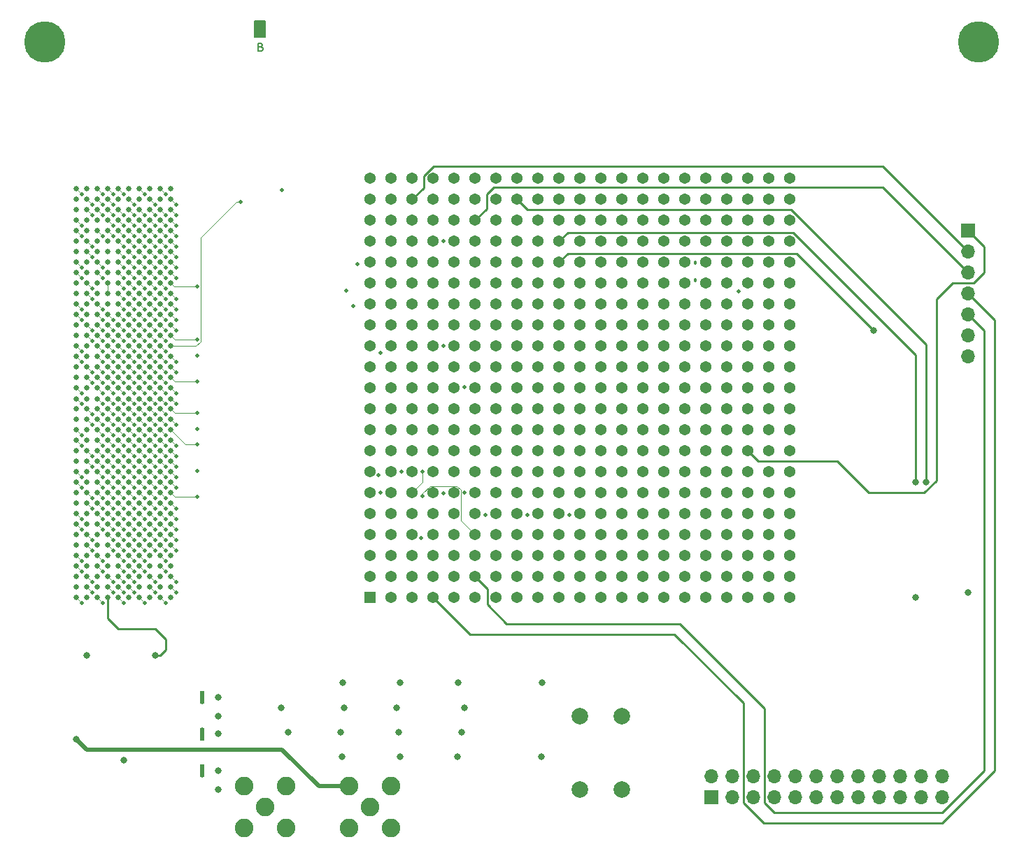
<source format=gbr>
%TF.GenerationSoftware,KiCad,Pcbnew,(6.0.9-0)*%
%TF.CreationDate,2022-12-19T14:05:18-05:00*%
%TF.ProjectId,ember-pcb,656d6265-722d-4706-9362-2e6b69636164,rev?*%
%TF.SameCoordinates,Original*%
%TF.FileFunction,Copper,L12,Bot*%
%TF.FilePolarity,Positive*%
%FSLAX46Y46*%
G04 Gerber Fmt 4.6, Leading zero omitted, Abs format (unit mm)*
G04 Created by KiCad (PCBNEW (6.0.9-0)) date 2022-12-19 14:05:18*
%MOMM*%
%LPD*%
G01*
G04 APERTURE LIST*
%TA.AperFunction,NonConductor*%
%ADD10C,0.200000*%
%TD*%
%ADD11C,0.150000*%
%TA.AperFunction,NonConductor*%
%ADD12C,0.150000*%
%TD*%
%TA.AperFunction,ComponentPad*%
%ADD13C,5.000000*%
%TD*%
%TA.AperFunction,ComponentPad*%
%ADD14R,1.700000X1.700000*%
%TD*%
%TA.AperFunction,ComponentPad*%
%ADD15O,1.700000X1.700000*%
%TD*%
%TA.AperFunction,ComponentPad*%
%ADD16C,2.000000*%
%TD*%
%TA.AperFunction,ComponentPad*%
%ADD17C,2.250000*%
%TD*%
%TA.AperFunction,ComponentPad*%
%ADD18C,0.500000*%
%TD*%
%TA.AperFunction,SMDPad,CuDef*%
%ADD19R,0.500000X1.600000*%
%TD*%
%TA.AperFunction,ComponentPad*%
%ADD20R,1.368000X1.368000*%
%TD*%
%TA.AperFunction,ComponentPad*%
%ADD21C,1.368000*%
%TD*%
%TA.AperFunction,SMDPad,CuDef*%
%ADD22C,0.640000*%
%TD*%
%TA.AperFunction,ViaPad*%
%ADD23C,0.800000*%
%TD*%
%TA.AperFunction,ViaPad*%
%ADD24C,0.508000*%
%TD*%
%TA.AperFunction,ViaPad*%
%ADD25C,0.457200*%
%TD*%
%TA.AperFunction,Conductor*%
%ADD26C,0.250000*%
%TD*%
%TA.AperFunction,Conductor*%
%ADD27C,0.508000*%
%TD*%
%TA.AperFunction,Conductor*%
%ADD28C,0.101600*%
%TD*%
G04 APERTURE END LIST*
D10*
X97820000Y-48470000D02*
X99090000Y-48470000D01*
X99090000Y-48470000D02*
X99090000Y-50375000D01*
X99090000Y-50375000D02*
X97820000Y-50375000D01*
X97820000Y-50375000D02*
X97820000Y-48470000D01*
G36*
X97820000Y-48470000D02*
G01*
X99090000Y-48470000D01*
X99090000Y-50375000D01*
X97820000Y-50375000D01*
X97820000Y-48470000D01*
G37*
D11*
D12*
X98526428Y-51573571D02*
X98669285Y-51621190D01*
X98716904Y-51668809D01*
X98764523Y-51764047D01*
X98764523Y-51906904D01*
X98716904Y-52002142D01*
X98669285Y-52049761D01*
X98574047Y-52097380D01*
X98193095Y-52097380D01*
X98193095Y-51097380D01*
X98526428Y-51097380D01*
X98621666Y-51145000D01*
X98669285Y-51192619D01*
X98716904Y-51287857D01*
X98716904Y-51383095D01*
X98669285Y-51478333D01*
X98621666Y-51525952D01*
X98526428Y-51573571D01*
X98193095Y-51573571D01*
D13*
%TO.P,H1,1,1*%
%TO.N,GND*%
X72420000Y-51010000D03*
%TD*%
D14*
%TO.P,J3,1,Pin_1*%
%TO.N,/core_pwr*%
X153060000Y-142455000D03*
D15*
%TO.P,J3,2,Pin_2*%
%TO.N,/vdd_fsm*%
X153060000Y-139915000D03*
%TO.P,J3,3,Pin_3*%
%TO.N,/core_pwr*%
X155600000Y-142455000D03*
%TO.P,J3,4,Pin_4*%
%TO.N,/vdd*%
X155600000Y-139915000D03*
%TO.P,J3,5,Pin_5*%
%TO.N,/core_pwr*%
X158140000Y-142455000D03*
%TO.P,J3,6,Pin_6*%
%TO.N,/vdd_dac*%
X158140000Y-139915000D03*
%TO.P,J3,7,Pin_7*%
%TO.N,/core_pwr*%
X160680000Y-142455000D03*
%TO.P,J3,8,Pin_8*%
%TO.N,/vsa*%
X160680000Y-139915000D03*
%TO.P,J3,9,Pin_9*%
%TO.N,unconnected-(J3-Pad9)*%
X163220000Y-142455000D03*
%TO.P,J3,10,Pin_10*%
%TO.N,unconnected-(J3-Pad10)*%
X163220000Y-139915000D03*
%TO.P,J3,11,Pin_11*%
%TO.N,/io_pwr*%
X165760000Y-142455000D03*
%TO.P,J3,12,Pin_12*%
%TO.N,/vddio_fsm*%
X165760000Y-139915000D03*
%TO.P,J3,13,Pin_13*%
%TO.N,/io_pwr*%
X168300000Y-142455000D03*
%TO.P,J3,14,Pin_14*%
%TO.N,/vddio*%
X168300000Y-139915000D03*
%TO.P,J3,15,Pin_15*%
%TO.N,/io_pwr*%
X170840000Y-142455000D03*
%TO.P,J3,16,Pin_16*%
%TO.N,/vddio_dac*%
X170840000Y-139915000D03*
%TO.P,J3,17,Pin_17*%
%TO.N,unconnected-(J3-Pad17)*%
X173380000Y-142455000D03*
%TO.P,J3,18,Pin_18*%
%TO.N,unconnected-(J3-Pad18)*%
X173380000Y-139915000D03*
%TO.P,J3,19,Pin_19*%
%TO.N,GND*%
X175920000Y-142455000D03*
%TO.P,J3,20,Pin_20*%
X175920000Y-139915000D03*
%TO.P,J3,21,Pin_21*%
X178460000Y-142455000D03*
%TO.P,J3,22,Pin_22*%
X178460000Y-139915000D03*
%TO.P,J3,23,Pin_23*%
X181000000Y-142455000D03*
%TO.P,J3,24,Pin_24*%
X181000000Y-139915000D03*
%TD*%
D16*
%TO.P,FB1,1*%
%TO.N,Net-(C1-Pad1)*%
X137165000Y-132710000D03*
%TO.P,FB1,2*%
%TO.N,/core_pwr*%
X142245000Y-132710000D03*
%TD*%
D14*
%TO.P,J4,1,Pin_1*%
%TO.N,/wl_source_pin*%
X184180000Y-73865000D03*
D15*
%TO.P,J4,2,Pin_2*%
%TO.N,/bl_source_pin*%
X184180000Y-76405000D03*
%TO.P,J4,3,Pin_3*%
%TO.N,/sl_source_pin*%
X184180000Y-78945000D03*
%TO.P,J4,4,Pin_4*%
%TO.N,/iref_test*%
X184180000Y-81485000D03*
%TO.P,J4,5,Pin_5*%
%TO.N,/vdd_test*%
X184180000Y-84025000D03*
%TO.P,J4,6,Pin_6*%
%TO.N,unconnected-(J4-Pad6)*%
X184180000Y-86565000D03*
%TO.P,J4,7,Pin_7*%
%TO.N,GND*%
X184180000Y-89105000D03*
%TD*%
D16*
%TO.P,FB2,1*%
%TO.N,Net-(C6-Pad1)*%
X137165000Y-141600000D03*
%TO.P,FB2,2*%
%TO.N,/io_pwr*%
X142245000Y-141600000D03*
%TD*%
D17*
%TO.P,J5,1,In*%
%TO.N,GND*%
X99065000Y-143720000D03*
%TO.P,J5,2,Ext*%
%TO.N,Net-(J5-Pad2)*%
X101605000Y-146260000D03*
X96525000Y-141180000D03*
X96525000Y-146260000D03*
X101605000Y-141180000D03*
%TD*%
D18*
%TO.P,U4,7,EP*%
%TO.N,GND*%
X91475000Y-139835000D03*
D19*
X91475000Y-139285000D03*
D18*
X91475000Y-138735000D03*
%TD*%
D17*
%TO.P,J2,1,In*%
%TO.N,GND*%
X111765000Y-143720000D03*
%TO.P,J2,2,Ext*%
%TO.N,Net-(J2-Pad2)*%
X114305000Y-141180000D03*
X114305000Y-146260000D03*
X109225000Y-141180000D03*
X109225000Y-146260000D03*
%TD*%
D20*
%TO.P,U1,A1,vss*%
%TO.N,GND*%
X111790000Y-118320000D03*
D21*
%TO.P,U1,A2,di_36*%
%TO.N,/di_36*%
X114330000Y-118320000D03*
%TO.P,U1,A3,vddio_dac*%
%TO.N,/vddio_dac*%
X116870000Y-118320000D03*
%TO.P,U1,A4,iref_test*%
%TO.N,/iref_test*%
X119410000Y-118320000D03*
%TO.P,U1,A5,vdd_fsm*%
%TO.N,/vdd_fsm*%
X121950000Y-118320000D03*
%TO.P,U1,A6,vss*%
%TO.N,GND*%
X124490000Y-118320000D03*
%TO.P,U1,A7,di_47*%
%TO.N,/di_47*%
X127030000Y-118320000D03*
%TO.P,U1,A8,vdd_dac*%
%TO.N,/vdd_dac*%
X129570000Y-118320000D03*
%TO.P,U1,A9,vddio_dac*%
%TO.N,/vddio_dac*%
X132110000Y-118320000D03*
%TO.P,U1,A10,vddio*%
%TO.N,/vddio*%
X134650000Y-118320000D03*
%TO.P,U1,A11,vsa*%
%TO.N,/vsa*%
X137190000Y-118320000D03*
%TO.P,U1,A12,read_ref_4*%
%TO.N,/read_ref_4*%
X139730000Y-118320000D03*
%TO.P,U1,A13,rram_addr_0*%
%TO.N,/rram_addr_0*%
X142270000Y-118320000D03*
%TO.P,U1,A14,rram_addr_2*%
%TO.N,/rram_addr_2*%
X144810000Y-118320000D03*
%TO.P,U1,A15,vss*%
%TO.N,GND*%
X147350000Y-118320000D03*
%TO.P,U1,A16,vdd_fsm*%
%TO.N,/vdd_fsm*%
X149890000Y-118320000D03*
%TO.P,U1,A17,rram_addr_10*%
%TO.N,/rram_addr_10*%
X152430000Y-118320000D03*
%TO.P,U1,A18,vddio_dac*%
%TO.N,/vddio_dac*%
X154970000Y-118320000D03*
%TO.P,U1,A19,vss*%
%TO.N,GND*%
X157510000Y-118320000D03*
%TO.P,U1,A20,vss*%
X160050000Y-118320000D03*
%TO.P,U1,A21*%
%TO.N,unconnected-(U1-PadA21)*%
X162590000Y-118320000D03*
%TO.P,U1,B1,vddio*%
%TO.N,/vddio*%
X111790000Y-115780000D03*
%TO.P,U1,B2,di_34*%
%TO.N,/di_34*%
X114330000Y-115780000D03*
%TO.P,U1,B3,vddio_fsm*%
%TO.N,/vddio_fsm*%
X116870000Y-115780000D03*
%TO.P,U1,B4,vddio*%
%TO.N,/vddio*%
X119410000Y-115780000D03*
%TO.P,U1,B5,vdd*%
%TO.N,/vdd*%
X121950000Y-115780000D03*
%TO.P,U1,B6,vdd_test*%
%TO.N,/vdd_test*%
X124490000Y-115780000D03*
%TO.P,U1,B7,vddio_fsm*%
%TO.N,/vddio_fsm*%
X127030000Y-115780000D03*
%TO.P,U1,B8,vss*%
%TO.N,GND*%
X129570000Y-115780000D03*
%TO.P,U1,B9,sa_en*%
%TO.N,/sa_en*%
X132110000Y-115780000D03*
%TO.P,U1,B10,read_ref_1*%
%TO.N,/read_ref_1*%
X134650000Y-115780000D03*
%TO.P,U1,B11,read_ref_2*%
%TO.N,/read_ref_2*%
X137190000Y-115780000D03*
%TO.P,U1,B12,rram_addr_1*%
%TO.N,/rram_addr_1*%
X139730000Y-115780000D03*
%TO.P,U1,B13,vddio_fsm*%
%TO.N,/vddio_fsm*%
X142270000Y-115780000D03*
%TO.P,U1,B14,rram_addr_6*%
%TO.N,/rram_addr_6*%
X144810000Y-115780000D03*
%TO.P,U1,B15,vdd*%
%TO.N,/vdd*%
X147350000Y-115780000D03*
%TO.P,U1,B16,vddio*%
%TO.N,/vddio*%
X149890000Y-115780000D03*
%TO.P,U1,B17,vddio_fsm*%
%TO.N,/vddio_fsm*%
X152430000Y-115780000D03*
%TO.P,U1,B18,sl_en*%
%TO.N,/sl_en*%
X154970000Y-115780000D03*
%TO.P,U1,B19,read_dac_config_0*%
%TO.N,/read_dac_config_0*%
X157510000Y-115780000D03*
%TO.P,U1,B20,vdd_dac*%
%TO.N,/vdd_dac*%
X160050000Y-115780000D03*
%TO.P,U1,B21*%
%TO.N,unconnected-(U1-PadB21)*%
X162590000Y-115780000D03*
%TO.P,U1,C1,vddio_fsm*%
%TO.N,/vddio_fsm*%
X111790000Y-113240000D03*
%TO.P,U1,C2,vdd_dac*%
%TO.N,/vdd_dac*%
X114330000Y-113240000D03*
%TO.P,U1,C3,vss*%
%TO.N,GND*%
X116870000Y-113240000D03*
%TO.P,U1,C4,di_37*%
%TO.N,/di_37*%
X119410000Y-113240000D03*
%TO.P,U1,C5,di_39*%
%TO.N,/di_39*%
X121950000Y-113240000D03*
%TO.P,U1,C6,di_41*%
%TO.N,/di_41*%
X124490000Y-113240000D03*
%TO.P,U1,C7,di_42*%
%TO.N,/di_42*%
X127030000Y-113240000D03*
%TO.P,U1,C8,di_44*%
%TO.N,/di_44*%
X129570000Y-113240000D03*
%TO.P,U1,C9,di_45*%
%TO.N,/di_45*%
X132110000Y-113240000D03*
%TO.P,U1,C10,set_rst*%
%TO.N,/set_rst*%
X134650000Y-113240000D03*
%TO.P,U1,C11,read_ref_5*%
%TO.N,/read_ref_5*%
X137190000Y-113240000D03*
%TO.P,U1,C12,rram_addr_4*%
%TO.N,/rram_addr_4*%
X139730000Y-113240000D03*
%TO.P,U1,C13,rram_addr_5*%
%TO.N,/rram_addr_5*%
X142270000Y-113240000D03*
%TO.P,U1,C14,rram_addr_8*%
%TO.N,/rram_addr_8*%
X144810000Y-113240000D03*
%TO.P,U1,C15,rram_addr_11*%
%TO.N,/rram_addr_11*%
X147350000Y-113240000D03*
%TO.P,U1,C16,rram_addr_13*%
%TO.N,/rram_addr_13*%
X149890000Y-113240000D03*
%TO.P,U1,C17,rram_addr_15*%
%TO.N,/rram_addr_15*%
X152430000Y-113240000D03*
%TO.P,U1,C18,vss*%
%TO.N,GND*%
X154970000Y-113240000D03*
%TO.P,U1,C19,vddio*%
%TO.N,/vddio*%
X157510000Y-113240000D03*
%TO.P,U1,C20,vdd*%
%TO.N,/vdd*%
X160050000Y-113240000D03*
%TO.P,U1,C21*%
%TO.N,unconnected-(U1-PadC21)*%
X162590000Y-113240000D03*
%TO.P,U1,D1,di_27*%
%TO.N,/di_27*%
X111790000Y-110700000D03*
%TO.P,U1,D2,vdd*%
%TO.N,/vdd*%
X114330000Y-110700000D03*
%TO.P,U1,D3,di_32*%
%TO.N,/di_32*%
X116870000Y-110700000D03*
%TO.P,U1,D4,di_33*%
%TO.N,/di_33*%
X119410000Y-110700000D03*
%TO.P,U1,D5,di_35*%
%TO.N,/di_35*%
X121950000Y-110700000D03*
%TO.P,U1,D6,di_38*%
%TO.N,/di_38*%
X124490000Y-110700000D03*
%TO.P,U1,D7,di_40*%
%TO.N,/di_40*%
X127030000Y-110700000D03*
%TO.P,U1,D8,di_43*%
%TO.N,/di_43*%
X129570000Y-110700000D03*
%TO.P,U1,D9,di_46*%
%TO.N,/di_46*%
X132110000Y-110700000D03*
%TO.P,U1,D10,read_ref_0*%
%TO.N,/read_ref_0*%
X134650000Y-110700000D03*
%TO.P,U1,D11,read_ref_3*%
%TO.N,/read_ref_3*%
X137190000Y-110700000D03*
%TO.P,U1,D12,rram_addr_3*%
%TO.N,/rram_addr_3*%
X139730000Y-110700000D03*
%TO.P,U1,D13,rram_addr_7*%
%TO.N,/rram_addr_7*%
X142270000Y-110700000D03*
%TO.P,U1,D14,rram_addr_9*%
%TO.N,/rram_addr_9*%
X144810000Y-110700000D03*
%TO.P,U1,D15,rram_addr_12*%
%TO.N,/rram_addr_12*%
X147350000Y-110700000D03*
%TO.P,U1,D16,rram_addr_14*%
%TO.N,/rram_addr_14*%
X149890000Y-110700000D03*
%TO.P,U1,D17,we*%
%TO.N,/we*%
X152430000Y-110700000D03*
%TO.P,U1,D18,read_dac_config_2*%
%TO.N,/read_dac_config_2*%
X154970000Y-110700000D03*
%TO.P,U1,D19,vddio_fsm*%
%TO.N,/vddio_fsm*%
X157510000Y-110700000D03*
%TO.P,U1,D20,vddio_dac*%
%TO.N,/vddio_dac*%
X160050000Y-110700000D03*
%TO.P,U1,D21*%
%TO.N,unconnected-(U1-PadD21)*%
X162590000Y-110700000D03*
%TO.P,U1,E1,di_23*%
%TO.N,/di_23*%
X111790000Y-108160000D03*
%TO.P,U1,E2,vddio_dac*%
%TO.N,/vddio_dac*%
X114330000Y-108160000D03*
%TO.P,U1,E3,di_30*%
%TO.N,/di_30*%
X116870000Y-108160000D03*
%TO.P,U1,E4,di_31*%
%TO.N,/di_31*%
X119410000Y-108160000D03*
%TO.P,U1,E5*%
%TO.N,unconnected-(U1-PadE5)*%
X121950000Y-108160000D03*
%TO.P,U1,E6*%
%TO.N,unconnected-(U1-PadE6)*%
X124490000Y-108160000D03*
%TO.P,U1,E7*%
%TO.N,unconnected-(U1-PadE7)*%
X127030000Y-108160000D03*
%TO.P,U1,E8*%
%TO.N,unconnected-(U1-PadE8)*%
X129570000Y-108160000D03*
%TO.P,U1,E9*%
%TO.N,unconnected-(U1-PadE9)*%
X132110000Y-108160000D03*
%TO.P,U1,E10*%
%TO.N,unconnected-(U1-PadE10)*%
X134650000Y-108160000D03*
%TO.P,U1,E11*%
%TO.N,unconnected-(U1-PadE11)*%
X137190000Y-108160000D03*
%TO.P,U1,E12*%
%TO.N,unconnected-(U1-PadE12)*%
X139730000Y-108160000D03*
%TO.P,U1,E13*%
%TO.N,unconnected-(U1-PadE13)*%
X142270000Y-108160000D03*
%TO.P,U1,E14*%
%TO.N,unconnected-(U1-PadE14)*%
X144810000Y-108160000D03*
%TO.P,U1,E15*%
%TO.N,unconnected-(U1-PadE15)*%
X147350000Y-108160000D03*
%TO.P,U1,E16*%
%TO.N,unconnected-(U1-PadE16)*%
X149890000Y-108160000D03*
%TO.P,U1,E17,read_dac_config_1*%
%TO.N,/read_dac_config_1*%
X152430000Y-108160000D03*
%TO.P,U1,E18,wl_dac_config_0*%
%TO.N,/wl_dac_config_0*%
X154970000Y-108160000D03*
%TO.P,U1,E19,wl_dac_config_3*%
%TO.N,/wl_dac_config_3*%
X157510000Y-108160000D03*
%TO.P,U1,E20,wl_dac_config_5*%
%TO.N,/wl_dac_config_5*%
X160050000Y-108160000D03*
%TO.P,U1,E21*%
%TO.N,unconnected-(U1-PadE21)*%
X162590000Y-108160000D03*
%TO.P,U1,F1,vddio_fsm*%
%TO.N,/vddio_fsm*%
X111790000Y-105620000D03*
%TO.P,U1,F2,di_25*%
%TO.N,/di_25*%
X114330000Y-105620000D03*
%TO.P,U1,F3,di_28*%
%TO.N,/di_28*%
X116870000Y-105620000D03*
%TO.P,U1,F4,di_29*%
%TO.N,/di_29*%
X119410000Y-105620000D03*
%TO.P,U1,F5*%
%TO.N,unconnected-(U1-PadF5)*%
X121950000Y-105620000D03*
%TO.P,U1,F6*%
%TO.N,unconnected-(U1-PadF6)*%
X124490000Y-105620000D03*
%TO.P,U1,F7*%
%TO.N,unconnected-(U1-PadF7)*%
X127030000Y-105620000D03*
%TO.P,U1,F8*%
%TO.N,unconnected-(U1-PadF8)*%
X129570000Y-105620000D03*
%TO.P,U1,F9*%
%TO.N,unconnected-(U1-PadF9)*%
X132110000Y-105620000D03*
%TO.P,U1,F10*%
%TO.N,unconnected-(U1-PadF10)*%
X134650000Y-105620000D03*
%TO.P,U1,F11*%
%TO.N,unconnected-(U1-PadF11)*%
X137190000Y-105620000D03*
%TO.P,U1,F12*%
%TO.N,unconnected-(U1-PadF12)*%
X139730000Y-105620000D03*
%TO.P,U1,F13*%
%TO.N,unconnected-(U1-PadF13)*%
X142270000Y-105620000D03*
%TO.P,U1,F14*%
%TO.N,unconnected-(U1-PadF14)*%
X144810000Y-105620000D03*
%TO.P,U1,F15*%
%TO.N,unconnected-(U1-PadF15)*%
X147350000Y-105620000D03*
%TO.P,U1,F16*%
%TO.N,unconnected-(U1-PadF16)*%
X149890000Y-105620000D03*
%TO.P,U1,F17,read_dac_config_3*%
%TO.N,/read_dac_config_3*%
X152430000Y-105620000D03*
%TO.P,U1,F18,wl_dac_config_2*%
%TO.N,/wl_dac_config_2*%
X154970000Y-105620000D03*
%TO.P,U1,F19,wl_dac_config_7*%
%TO.N,/wl_dac_config_7*%
X157510000Y-105620000D03*
%TO.P,U1,F20,vdd_fsm*%
%TO.N,/vdd_fsm*%
X160050000Y-105620000D03*
%TO.P,U1,F21*%
%TO.N,unconnected-(U1-PadF21)*%
X162590000Y-105620000D03*
%TO.P,U1,G1,di_18*%
%TO.N,/di_18*%
X111790000Y-103080000D03*
%TO.P,U1,G2,vdd_fsm*%
%TO.N,/vdd_fsm*%
X114330000Y-103080000D03*
%TO.P,U1,G3,di_24*%
%TO.N,/di_24*%
X116870000Y-103080000D03*
%TO.P,U1,G4,di_26*%
%TO.N,/di_26*%
X119410000Y-103080000D03*
%TO.P,U1,G5*%
%TO.N,unconnected-(U1-PadG5)*%
X121950000Y-103080000D03*
%TO.P,U1,G6*%
%TO.N,unconnected-(U1-PadG6)*%
X124490000Y-103080000D03*
%TO.P,U1,G7*%
%TO.N,unconnected-(U1-PadG7)*%
X127030000Y-103080000D03*
%TO.P,U1,G8*%
%TO.N,unconnected-(U1-PadG8)*%
X129570000Y-103080000D03*
%TO.P,U1,G9*%
%TO.N,unconnected-(U1-PadG9)*%
X132110000Y-103080000D03*
%TO.P,U1,G10*%
%TO.N,unconnected-(U1-PadG10)*%
X134650000Y-103080000D03*
%TO.P,U1,G11*%
%TO.N,unconnected-(U1-PadG11)*%
X137190000Y-103080000D03*
%TO.P,U1,G12*%
%TO.N,unconnected-(U1-PadG12)*%
X139730000Y-103080000D03*
%TO.P,U1,G13*%
%TO.N,unconnected-(U1-PadG13)*%
X142270000Y-103080000D03*
%TO.P,U1,G14*%
%TO.N,unconnected-(U1-PadG14)*%
X144810000Y-103080000D03*
%TO.P,U1,G15*%
%TO.N,unconnected-(U1-PadG15)*%
X147350000Y-103080000D03*
%TO.P,U1,G16*%
%TO.N,unconnected-(U1-PadG16)*%
X149890000Y-103080000D03*
%TO.P,U1,G17,wl_dac_config_1*%
%TO.N,/wl_dac_config_1*%
X152430000Y-103080000D03*
%TO.P,U1,G18,wl_dac_config_4*%
%TO.N,/wl_dac_config_4*%
X154970000Y-103080000D03*
%TO.P,U1,G19,vddio_fsm*%
%TO.N,/vddio_fsm*%
X157510000Y-103080000D03*
%TO.P,U1,G20,vss*%
%TO.N,GND*%
X160050000Y-103080000D03*
%TO.P,U1,G21*%
%TO.N,unconnected-(U1-PadG21)*%
X162590000Y-103080000D03*
%TO.P,U1,H1,di_16*%
%TO.N,/di_16*%
X111790000Y-100540000D03*
%TO.P,U1,H2,vss*%
%TO.N,GND*%
X114330000Y-100540000D03*
%TO.P,U1,H3,di_21*%
%TO.N,/di_21*%
X116870000Y-100540000D03*
%TO.P,U1,H4,di_22*%
%TO.N,/di_22*%
X119410000Y-100540000D03*
%TO.P,U1,H5*%
%TO.N,unconnected-(U1-PadH5)*%
X121950000Y-100540000D03*
%TO.P,U1,H6*%
%TO.N,unconnected-(U1-PadH6)*%
X124490000Y-100540000D03*
%TO.P,U1,H7*%
%TO.N,unconnected-(U1-PadH7)*%
X127030000Y-100540000D03*
%TO.P,U1,H8*%
%TO.N,unconnected-(U1-PadH8)*%
X129570000Y-100540000D03*
%TO.P,U1,H9*%
%TO.N,unconnected-(U1-PadH9)*%
X132110000Y-100540000D03*
%TO.P,U1,H10*%
%TO.N,unconnected-(U1-PadH10)*%
X134650000Y-100540000D03*
%TO.P,U1,H11*%
%TO.N,unconnected-(U1-PadH11)*%
X137190000Y-100540000D03*
%TO.P,U1,H12*%
%TO.N,unconnected-(U1-PadH12)*%
X139730000Y-100540000D03*
%TO.P,U1,H13*%
%TO.N,unconnected-(U1-PadH13)*%
X142270000Y-100540000D03*
%TO.P,U1,H14*%
%TO.N,unconnected-(U1-PadH14)*%
X144810000Y-100540000D03*
%TO.P,U1,H15*%
%TO.N,unconnected-(U1-PadH15)*%
X147350000Y-100540000D03*
%TO.P,U1,H16*%
%TO.N,unconnected-(U1-PadH16)*%
X149890000Y-100540000D03*
%TO.P,U1,H17,wl_dac_config_6*%
%TO.N,/wl_dac_config_6*%
X152430000Y-100540000D03*
%TO.P,U1,H18,wl_dac_en*%
%TO.N,/wl_dac_en*%
X154970000Y-100540000D03*
%TO.P,U1,H19,wl_source_pin*%
%TO.N,/wl_source_pin*%
X157510000Y-100540000D03*
%TO.P,U1,H20,sa_do_2*%
%TO.N,/sa_do_2*%
X160050000Y-100540000D03*
%TO.P,U1,H21*%
%TO.N,unconnected-(U1-PadH21)*%
X162590000Y-100540000D03*
%TO.P,U1,J1,di_14*%
%TO.N,/di_14*%
X111790000Y-98000000D03*
%TO.P,U1,J2,di_17*%
%TO.N,/di_17*%
X114330000Y-98000000D03*
%TO.P,U1,J3,di_20*%
%TO.N,/di_20*%
X116870000Y-98000000D03*
%TO.P,U1,J4,di_19*%
%TO.N,/di_19*%
X119410000Y-98000000D03*
%TO.P,U1,J5*%
%TO.N,unconnected-(U1-PadJ5)*%
X121950000Y-98000000D03*
%TO.P,U1,J6*%
%TO.N,unconnected-(U1-PadJ6)*%
X124490000Y-98000000D03*
%TO.P,U1,J7*%
%TO.N,unconnected-(U1-PadJ7)*%
X127030000Y-98000000D03*
%TO.P,U1,J8*%
%TO.N,unconnected-(U1-PadJ8)*%
X129570000Y-98000000D03*
%TO.P,U1,J9*%
%TO.N,unconnected-(U1-PadJ9)*%
X132110000Y-98000000D03*
%TO.P,U1,J10*%
%TO.N,unconnected-(U1-PadJ10)*%
X134650000Y-98000000D03*
%TO.P,U1,J11*%
%TO.N,unconnected-(U1-PadJ11)*%
X137190000Y-98000000D03*
%TO.P,U1,J12*%
%TO.N,unconnected-(U1-PadJ12)*%
X139730000Y-98000000D03*
%TO.P,U1,J13*%
%TO.N,unconnected-(U1-PadJ13)*%
X142270000Y-98000000D03*
%TO.P,U1,J14*%
%TO.N,unconnected-(U1-PadJ14)*%
X144810000Y-98000000D03*
%TO.P,U1,J15*%
%TO.N,unconnected-(U1-PadJ15)*%
X147350000Y-98000000D03*
%TO.P,U1,J16*%
%TO.N,unconnected-(U1-PadJ16)*%
X149890000Y-98000000D03*
%TO.P,U1,J17,bleed_en*%
%TO.N,/bleed_en*%
X152430000Y-98000000D03*
%TO.P,U1,J18,wl_en*%
%TO.N,/wl_en*%
X154970000Y-98000000D03*
%TO.P,U1,J19,sa_do_0*%
%TO.N,/sa_do_0*%
X157510000Y-98000000D03*
%TO.P,U1,J20,sa_do_4*%
%TO.N,/sa_do_4*%
X160050000Y-98000000D03*
%TO.P,U1,J21*%
%TO.N,unconnected-(U1-PadJ21)*%
X162590000Y-98000000D03*
%TO.P,U1,K1,vsa*%
%TO.N,/vsa*%
X111790000Y-95460000D03*
%TO.P,U1,K2,di_12*%
%TO.N,/di_12*%
X114330000Y-95460000D03*
%TO.P,U1,K3,di_15*%
%TO.N,/di_15*%
X116870000Y-95460000D03*
%TO.P,U1,K4,di_13*%
%TO.N,/di_13*%
X119410000Y-95460000D03*
%TO.P,U1,K5*%
%TO.N,unconnected-(U1-PadK5)*%
X121950000Y-95460000D03*
%TO.P,U1,K6*%
%TO.N,unconnected-(U1-PadK6)*%
X124490000Y-95460000D03*
%TO.P,U1,K7*%
%TO.N,unconnected-(U1-PadK7)*%
X127030000Y-95460000D03*
%TO.P,U1,K8*%
%TO.N,unconnected-(U1-PadK8)*%
X129570000Y-95460000D03*
%TO.P,U1,K9*%
%TO.N,unconnected-(U1-PadK9)*%
X132110000Y-95460000D03*
%TO.P,U1,K10*%
%TO.N,unconnected-(U1-PadK10)*%
X134650000Y-95460000D03*
%TO.P,U1,K11*%
%TO.N,unconnected-(U1-PadK11)*%
X137190000Y-95460000D03*
%TO.P,U1,K12*%
%TO.N,unconnected-(U1-PadK12)*%
X139730000Y-95460000D03*
%TO.P,U1,K13*%
%TO.N,unconnected-(U1-PadK13)*%
X142270000Y-95460000D03*
%TO.P,U1,K14*%
%TO.N,unconnected-(U1-PadK14)*%
X144810000Y-95460000D03*
%TO.P,U1,K15*%
%TO.N,unconnected-(U1-PadK15)*%
X147350000Y-95460000D03*
%TO.P,U1,K16*%
%TO.N,unconnected-(U1-PadK16)*%
X149890000Y-95460000D03*
%TO.P,U1,K17,sa_do_3*%
%TO.N,/sa_do_3*%
X152430000Y-95460000D03*
%TO.P,U1,K18,sa_do_1*%
%TO.N,/sa_do_1*%
X154970000Y-95460000D03*
%TO.P,U1,K19,sa_do_5*%
%TO.N,/sa_do_5*%
X157510000Y-95460000D03*
%TO.P,U1,K20,vsa*%
%TO.N,/vsa*%
X160050000Y-95460000D03*
%TO.P,U1,K21*%
%TO.N,unconnected-(U1-PadK21)*%
X162590000Y-95460000D03*
%TO.P,U1,L1,vdd*%
%TO.N,/vdd*%
X111790000Y-92920000D03*
%TO.P,U1,L2,di_11*%
%TO.N,/di_11*%
X114330000Y-92920000D03*
%TO.P,U1,L3,di_9*%
%TO.N,/di_9*%
X116870000Y-92920000D03*
%TO.P,U1,L4,di_10*%
%TO.N,/di_10*%
X119410000Y-92920000D03*
%TO.P,U1,L5*%
%TO.N,unconnected-(U1-PadL5)*%
X121950000Y-92920000D03*
%TO.P,U1,L6*%
%TO.N,unconnected-(U1-PadL6)*%
X124490000Y-92920000D03*
%TO.P,U1,L7*%
%TO.N,unconnected-(U1-PadL7)*%
X127030000Y-92920000D03*
%TO.P,U1,L8*%
%TO.N,unconnected-(U1-PadL8)*%
X129570000Y-92920000D03*
%TO.P,U1,L9*%
%TO.N,unconnected-(U1-PadL9)*%
X132110000Y-92920000D03*
%TO.P,U1,L10*%
%TO.N,unconnected-(U1-PadL10)*%
X134650000Y-92920000D03*
%TO.P,U1,L11*%
%TO.N,unconnected-(U1-PadL11)*%
X137190000Y-92920000D03*
%TO.P,U1,L12*%
%TO.N,unconnected-(U1-PadL12)*%
X139730000Y-92920000D03*
%TO.P,U1,L13*%
%TO.N,unconnected-(U1-PadL13)*%
X142270000Y-92920000D03*
%TO.P,U1,L14*%
%TO.N,unconnected-(U1-PadL14)*%
X144810000Y-92920000D03*
%TO.P,U1,L15*%
%TO.N,unconnected-(U1-PadL15)*%
X147350000Y-92920000D03*
%TO.P,U1,L16*%
%TO.N,unconnected-(U1-PadL16)*%
X149890000Y-92920000D03*
%TO.P,U1,L17,sa_do_7*%
%TO.N,/sa_do_7*%
X152430000Y-92920000D03*
%TO.P,U1,L18,sa_do_8*%
%TO.N,/sa_do_8*%
X154970000Y-92920000D03*
%TO.P,U1,L19,sa_do_6*%
%TO.N,/sa_do_6*%
X157510000Y-92920000D03*
%TO.P,U1,L20,vdd*%
%TO.N,/vdd*%
X160050000Y-92920000D03*
%TO.P,U1,L21*%
%TO.N,unconnected-(U1-PadL21)*%
X162590000Y-92920000D03*
%TO.P,U1,M1,vddio_dac*%
%TO.N,/vddio_dac*%
X111790000Y-90380000D03*
%TO.P,U1,M2,di_7*%
%TO.N,/di_7*%
X114330000Y-90380000D03*
%TO.P,U1,M3,di_5*%
%TO.N,/di_5*%
X116870000Y-90380000D03*
%TO.P,U1,M4,di_6*%
%TO.N,/di_6*%
X119410000Y-90380000D03*
%TO.P,U1,M5*%
%TO.N,unconnected-(U1-PadM5)*%
X121950000Y-90380000D03*
%TO.P,U1,M6*%
%TO.N,unconnected-(U1-PadM6)*%
X124490000Y-90380000D03*
%TO.P,U1,M7*%
%TO.N,unconnected-(U1-PadM7)*%
X127030000Y-90380000D03*
%TO.P,U1,M8*%
%TO.N,unconnected-(U1-PadM8)*%
X129570000Y-90380000D03*
%TO.P,U1,M9*%
%TO.N,unconnected-(U1-PadM9)*%
X132110000Y-90380000D03*
%TO.P,U1,M10*%
%TO.N,unconnected-(U1-PadM10)*%
X134650000Y-90380000D03*
%TO.P,U1,M11*%
%TO.N,unconnected-(U1-PadM11)*%
X137190000Y-90380000D03*
%TO.P,U1,M12*%
%TO.N,unconnected-(U1-PadM12)*%
X139730000Y-90380000D03*
%TO.P,U1,M13*%
%TO.N,unconnected-(U1-PadM13)*%
X142270000Y-90380000D03*
%TO.P,U1,M14*%
%TO.N,unconnected-(U1-PadM14)*%
X144810000Y-90380000D03*
%TO.P,U1,M15*%
%TO.N,unconnected-(U1-PadM15)*%
X147350000Y-90380000D03*
%TO.P,U1,M16*%
%TO.N,unconnected-(U1-PadM16)*%
X149890000Y-90380000D03*
%TO.P,U1,M17,sa_do_11*%
%TO.N,/sa_do_11*%
X152430000Y-90380000D03*
%TO.P,U1,M18,sa_do_12*%
%TO.N,/sa_do_12*%
X154970000Y-90380000D03*
%TO.P,U1,M19,sa_do_9*%
%TO.N,/sa_do_9*%
X157510000Y-90380000D03*
%TO.P,U1,M20,vddio_dac*%
%TO.N,/vddio_dac*%
X160050000Y-90380000D03*
%TO.P,U1,M21*%
%TO.N,unconnected-(U1-PadM21)*%
X162590000Y-90380000D03*
%TO.P,U1,N1,vddio*%
%TO.N,/vddio*%
X111790000Y-87840000D03*
%TO.P,U1,N2,di_8*%
%TO.N,/di_8*%
X114330000Y-87840000D03*
%TO.P,U1,N3,di_4*%
%TO.N,/di_4*%
X116870000Y-87840000D03*
%TO.P,U1,N4,di_2*%
%TO.N,/di_2*%
X119410000Y-87840000D03*
%TO.P,U1,N5*%
%TO.N,unconnected-(U1-PadN5)*%
X121950000Y-87840000D03*
%TO.P,U1,N6*%
%TO.N,unconnected-(U1-PadN6)*%
X124490000Y-87840000D03*
%TO.P,U1,N7*%
%TO.N,unconnected-(U1-PadN7)*%
X127030000Y-87840000D03*
%TO.P,U1,N8*%
%TO.N,unconnected-(U1-PadN8)*%
X129570000Y-87840000D03*
%TO.P,U1,N9*%
%TO.N,unconnected-(U1-PadN9)*%
X132110000Y-87840000D03*
%TO.P,U1,N10*%
%TO.N,unconnected-(U1-PadN10)*%
X134650000Y-87840000D03*
%TO.P,U1,N11*%
%TO.N,unconnected-(U1-PadN11)*%
X137190000Y-87840000D03*
%TO.P,U1,N12*%
%TO.N,unconnected-(U1-PadN12)*%
X139730000Y-87840000D03*
%TO.P,U1,N13*%
%TO.N,unconnected-(U1-PadN13)*%
X142270000Y-87840000D03*
%TO.P,U1,N14*%
%TO.N,unconnected-(U1-PadN14)*%
X144810000Y-87840000D03*
%TO.P,U1,N15*%
%TO.N,unconnected-(U1-PadN15)*%
X147350000Y-87840000D03*
%TO.P,U1,N16*%
%TO.N,unconnected-(U1-PadN16)*%
X149890000Y-87840000D03*
%TO.P,U1,N17,sa_do_14*%
%TO.N,/sa_do_14*%
X152430000Y-87840000D03*
%TO.P,U1,N18,sa_do_13*%
%TO.N,/sa_do_13*%
X154970000Y-87840000D03*
%TO.P,U1,N19,vss*%
%TO.N,GND*%
X157510000Y-87840000D03*
%TO.P,U1,N20,vddio*%
%TO.N,/vddio*%
X160050000Y-87840000D03*
%TO.P,U1,N21*%
%TO.N,unconnected-(U1-PadN21)*%
X162590000Y-87840000D03*
%TO.P,U1,P1,vss*%
%TO.N,GND*%
X111790000Y-85300000D03*
%TO.P,U1,P2,vddio_fsm*%
%TO.N,/vddio_fsm*%
X114330000Y-85300000D03*
%TO.P,U1,P3,di_0*%
%TO.N,/di_0*%
X116870000Y-85300000D03*
%TO.P,U1,P4,clamp_ref_5*%
%TO.N,/clamp_ref_5*%
X119410000Y-85300000D03*
%TO.P,U1,P5*%
%TO.N,unconnected-(U1-PadP5)*%
X121950000Y-85300000D03*
%TO.P,U1,P6*%
%TO.N,unconnected-(U1-PadP6)*%
X124490000Y-85300000D03*
%TO.P,U1,P7*%
%TO.N,unconnected-(U1-PadP7)*%
X127030000Y-85300000D03*
%TO.P,U1,P8*%
%TO.N,unconnected-(U1-PadP8)*%
X129570000Y-85300000D03*
%TO.P,U1,P9*%
%TO.N,unconnected-(U1-PadP9)*%
X132110000Y-85300000D03*
%TO.P,U1,P10*%
%TO.N,unconnected-(U1-PadP10)*%
X134650000Y-85300000D03*
%TO.P,U1,P11*%
%TO.N,unconnected-(U1-PadP11)*%
X137190000Y-85300000D03*
%TO.P,U1,P12*%
%TO.N,unconnected-(U1-PadP12)*%
X139730000Y-85300000D03*
%TO.P,U1,P13*%
%TO.N,unconnected-(U1-PadP13)*%
X142270000Y-85300000D03*
%TO.P,U1,P14*%
%TO.N,unconnected-(U1-PadP14)*%
X144810000Y-85300000D03*
%TO.P,U1,P15*%
%TO.N,unconnected-(U1-PadP15)*%
X147350000Y-85300000D03*
%TO.P,U1,P16*%
%TO.N,unconnected-(U1-PadP16)*%
X149890000Y-85300000D03*
%TO.P,U1,P17,sa_do_18*%
%TO.N,/sa_do_18*%
X152430000Y-85300000D03*
%TO.P,U1,P18,sa_do_16*%
%TO.N,/sa_do_16*%
X154970000Y-85300000D03*
%TO.P,U1,P19,vdd_fsm*%
%TO.N,/vdd_fsm*%
X157510000Y-85300000D03*
%TO.P,U1,P20,sa_do_10*%
%TO.N,/sa_do_10*%
X160050000Y-85300000D03*
%TO.P,U1,P21*%
%TO.N,unconnected-(U1-PadP21)*%
X162590000Y-85300000D03*
%TO.P,U1,R1,vdd_fsm*%
%TO.N,/vdd_fsm*%
X111790000Y-82760000D03*
%TO.P,U1,R2,di_3*%
%TO.N,/di_3*%
X114330000Y-82760000D03*
%TO.P,U1,R3,rst_n*%
%TO.N,/rst_n*%
X116870000Y-82760000D03*
%TO.P,U1,R4,clamp_ref_3*%
%TO.N,/clamp_ref_3*%
X119410000Y-82760000D03*
%TO.P,U1,R5*%
%TO.N,unconnected-(U1-PadR5)*%
X121950000Y-82760000D03*
%TO.P,U1,R6*%
%TO.N,unconnected-(U1-PadR6)*%
X124490000Y-82760000D03*
%TO.P,U1,R7*%
%TO.N,unconnected-(U1-PadR7)*%
X127030000Y-82760000D03*
%TO.P,U1,R8*%
%TO.N,unconnected-(U1-PadR8)*%
X129570000Y-82760000D03*
%TO.P,U1,R9*%
%TO.N,unconnected-(U1-PadR9)*%
X132110000Y-82760000D03*
%TO.P,U1,R10*%
%TO.N,unconnected-(U1-PadR10)*%
X134650000Y-82760000D03*
%TO.P,U1,R11*%
%TO.N,unconnected-(U1-PadR11)*%
X137190000Y-82760000D03*
%TO.P,U1,R12*%
%TO.N,unconnected-(U1-PadR12)*%
X139730000Y-82760000D03*
%TO.P,U1,R13*%
%TO.N,unconnected-(U1-PadR13)*%
X142270000Y-82760000D03*
%TO.P,U1,R14*%
%TO.N,unconnected-(U1-PadR14)*%
X144810000Y-82760000D03*
%TO.P,U1,R15*%
%TO.N,unconnected-(U1-PadR15)*%
X147350000Y-82760000D03*
%TO.P,U1,R16*%
%TO.N,unconnected-(U1-PadR16)*%
X149890000Y-82760000D03*
%TO.P,U1,R17,sa_do_21*%
%TO.N,/sa_do_21*%
X152430000Y-82760000D03*
%TO.P,U1,R18,sa_do_20*%
%TO.N,/sa_do_20*%
X154970000Y-82760000D03*
%TO.P,U1,R19,sa_do_17*%
%TO.N,/sa_do_17*%
X157510000Y-82760000D03*
%TO.P,U1,R20,vddio_fsm*%
%TO.N,/vddio_fsm*%
X160050000Y-82760000D03*
%TO.P,U1,R21*%
%TO.N,unconnected-(U1-PadR21)*%
X162590000Y-82760000D03*
%TO.P,U1,S1,di_1*%
%TO.N,/di_1*%
X111790000Y-80220000D03*
%TO.P,U1,S2,bl_en*%
%TO.N,/bl_en*%
X114330000Y-80220000D03*
%TO.P,U1,S3,clamp_ref_4*%
%TO.N,/clamp_ref_4*%
X116870000Y-80220000D03*
%TO.P,U1,S4,clamp_ref_1*%
%TO.N,/clamp_ref_1*%
X119410000Y-80220000D03*
%TO.P,U1,S5*%
%TO.N,unconnected-(U1-PadS5)*%
X121950000Y-80220000D03*
%TO.P,U1,S6*%
%TO.N,unconnected-(U1-PadS6)*%
X124490000Y-80220000D03*
%TO.P,U1,S7*%
%TO.N,unconnected-(U1-PadS7)*%
X127030000Y-80220000D03*
%TO.P,U1,S8*%
%TO.N,unconnected-(U1-PadS8)*%
X129570000Y-80220000D03*
%TO.P,U1,S9*%
%TO.N,unconnected-(U1-PadS9)*%
X132110000Y-80220000D03*
%TO.P,U1,S10*%
%TO.N,unconnected-(U1-PadS10)*%
X134650000Y-80220000D03*
%TO.P,U1,S11*%
%TO.N,unconnected-(U1-PadS11)*%
X137190000Y-80220000D03*
%TO.P,U1,S12*%
%TO.N,unconnected-(U1-PadS12)*%
X139730000Y-80220000D03*
%TO.P,U1,S13*%
%TO.N,unconnected-(U1-PadS13)*%
X142270000Y-80220000D03*
%TO.P,U1,S14*%
%TO.N,unconnected-(U1-PadS14)*%
X144810000Y-80220000D03*
%TO.P,U1,S15*%
%TO.N,unconnected-(U1-PadS15)*%
X147350000Y-80220000D03*
%TO.P,U1,S16*%
%TO.N,unconnected-(U1-PadS16)*%
X149890000Y-80220000D03*
%TO.P,U1,S17,sa_do_23*%
%TO.N,/sa_do_23*%
X152430000Y-80220000D03*
%TO.P,U1,S18,sa_do_22*%
%TO.N,/sa_do_22*%
X154970000Y-80220000D03*
%TO.P,U1,S19,vddio_dac*%
%TO.N,/vddio_dac*%
X157510000Y-80220000D03*
%TO.P,U1,S20,sa_do_15*%
%TO.N,/sa_do_15*%
X160050000Y-80220000D03*
%TO.P,U1,S21*%
%TO.N,unconnected-(U1-PadS21)*%
X162590000Y-80220000D03*
%TO.P,U1,T1,vddio_dac*%
%TO.N,/vddio_dac*%
X111790000Y-77680000D03*
%TO.P,U1,T2,vddio_fsm*%
%TO.N,/vddio_fsm*%
X114330000Y-77680000D03*
%TO.P,U1,T3,clamp_ref_2*%
%TO.N,/clamp_ref_2*%
X116870000Y-77680000D03*
%TO.P,U1,T4,bsl_dac_en*%
%TO.N,/bsl_dac_en*%
X119410000Y-77680000D03*
%TO.P,U1,T5,bsl_dac_config_4*%
%TO.N,/bsl_dac_config_4*%
X121950000Y-77680000D03*
%TO.P,U1,T6,bsl_dac_config_2*%
%TO.N,/bsl_dac_config_2*%
X124490000Y-77680000D03*
%TO.P,U1,T7,bsl_dac_config_0*%
%TO.N,/bsl_dac_config_0*%
X127030000Y-77680000D03*
%TO.P,U1,T8,mclk_pause*%
%TO.N,/mclk_pause*%
X129570000Y-77680000D03*
%TO.P,U1,T9,mosi*%
%TO.N,/mosi*%
X132110000Y-77680000D03*
%TO.P,U1,T10,heartbeat*%
%TO.N,/heartbeat*%
X134650000Y-77680000D03*
%TO.P,U1,T11,sa_do_45*%
%TO.N,/sa_do_45*%
X137190000Y-77680000D03*
%TO.P,U1,T12,sa_do_39*%
%TO.N,/sa_do_39*%
X139730000Y-77680000D03*
%TO.P,U1,T13,sa_do_36*%
%TO.N,/sa_do_36*%
X142270000Y-77680000D03*
%TO.P,U1,T14,sa_do_32*%
%TO.N,/sa_do_32*%
X144810000Y-77680000D03*
%TO.P,U1,T15,sa_do_29*%
%TO.N,/sa_do_29*%
X147350000Y-77680000D03*
%TO.P,U1,T16,sa_do_27*%
%TO.N,/sa_do_27*%
X149890000Y-77680000D03*
%TO.P,U1,T17,sa_do_25*%
%TO.N,/sa_do_25*%
X152430000Y-77680000D03*
%TO.P,U1,T18,sa_do_24*%
%TO.N,/sa_do_24*%
X154970000Y-77680000D03*
%TO.P,U1,T19,vdd*%
%TO.N,/vdd*%
X157510000Y-77680000D03*
%TO.P,U1,T20,sa_do_19*%
%TO.N,/sa_do_19*%
X160050000Y-77680000D03*
%TO.P,U1,T21*%
%TO.N,unconnected-(U1-PadT21)*%
X162590000Y-77680000D03*
%TO.P,U1,U1,vdd*%
%TO.N,/vdd*%
X111790000Y-75140000D03*
%TO.P,U1,U2,vddio*%
%TO.N,/vddio*%
X114330000Y-75140000D03*
%TO.P,U1,U3,vss*%
%TO.N,GND*%
X116870000Y-75140000D03*
%TO.P,U1,U4,read_dac_en*%
%TO.N,/read_dac_en*%
X119410000Y-75140000D03*
%TO.P,U1,U5,bsl_dac_config_3*%
%TO.N,/bsl_dac_config_3*%
X121950000Y-75140000D03*
%TO.P,U1,U6,bsl_dac_config_1*%
%TO.N,/bsl_dac_config_1*%
X124490000Y-75140000D03*
%TO.P,U1,U7,aclk*%
%TO.N,/aclk*%
X127030000Y-75140000D03*
%TO.P,U1,U8,sclk*%
%TO.N,/sclk*%
X129570000Y-75140000D03*
%TO.P,U1,U9,sc*%
%TO.N,/sc*%
X132110000Y-75140000D03*
%TO.P,U1,U10,man*%
%TO.N,/man*%
X134650000Y-75140000D03*
%TO.P,U1,U11,sa_do_43*%
%TO.N,/sa_do_43*%
X137190000Y-75140000D03*
%TO.P,U1,U12,sa_do_38*%
%TO.N,/sa_do_38*%
X139730000Y-75140000D03*
%TO.P,U1,U13,sa_do_37*%
%TO.N,/sa_do_37*%
X142270000Y-75140000D03*
%TO.P,U1,U14,sa_do_34*%
%TO.N,/sa_do_34*%
X144810000Y-75140000D03*
%TO.P,U1,U15,sa_do_33*%
%TO.N,/sa_do_33*%
X147350000Y-75140000D03*
%TO.P,U1,U16,sa_do_30*%
%TO.N,/sa_do_30*%
X149890000Y-75140000D03*
%TO.P,U1,U17,sa_do_28*%
%TO.N,/sa_do_28*%
X152430000Y-75140000D03*
%TO.P,U1,U18,vss*%
%TO.N,GND*%
X154970000Y-75140000D03*
%TO.P,U1,U19,vdd_dac*%
%TO.N,/vdd_dac*%
X157510000Y-75140000D03*
%TO.P,U1,U20,vddio_fsm*%
%TO.N,/vddio_fsm*%
X160050000Y-75140000D03*
%TO.P,U1,U21*%
%TO.N,unconnected-(U1-PadU21)*%
X162590000Y-75140000D03*
%TO.P,U1,V1,vdd_dac*%
%TO.N,/vdd_dac*%
X111790000Y-72600000D03*
%TO.P,U1,V2,clamp_ref_0*%
%TO.N,/clamp_ref_0*%
X114330000Y-72600000D03*
%TO.P,U1,V3,vddio*%
%TO.N,/vddio*%
X116870000Y-72600000D03*
%TO.P,U1,V4,vsa*%
%TO.N,/vsa*%
X119410000Y-72600000D03*
%TO.P,U1,V5,vdd_fsm*%
%TO.N,/vdd_fsm*%
X121950000Y-72600000D03*
%TO.P,U1,V6,sl_source_pin*%
%TO.N,/sl_source_pin*%
X124490000Y-72600000D03*
%TO.P,U1,V7,vss*%
%TO.N,GND*%
X127030000Y-72600000D03*
%TO.P,U1,V8,poc*%
%TO.N,/vddio_fsm*%
X129570000Y-72600000D03*
%TO.P,U1,V9,miso*%
%TO.N,/miso*%
X132110000Y-72600000D03*
%TO.P,U1,V10,sa_rdy*%
%TO.N,/sa_rdy*%
X134650000Y-72600000D03*
%TO.P,U1,V11,sa_do_47*%
%TO.N,/sa_do_47*%
X137190000Y-72600000D03*
%TO.P,U1,V12,sa_do_41*%
%TO.N,/sa_do_41*%
X139730000Y-72600000D03*
%TO.P,U1,V13,sa_do_42*%
%TO.N,/sa_do_42*%
X142270000Y-72600000D03*
%TO.P,U1,V14,vdd*%
%TO.N,/vdd*%
X144810000Y-72600000D03*
%TO.P,U1,V15,vddio_fsm*%
%TO.N,/vddio_fsm*%
X147350000Y-72600000D03*
%TO.P,U1,V16,vddio_dac*%
%TO.N,/vddio_dac*%
X149890000Y-72600000D03*
%TO.P,U1,V17,sa_do_31*%
%TO.N,/sa_do_31*%
X152430000Y-72600000D03*
%TO.P,U1,V18,vddio_fsm*%
%TO.N,/vddio_fsm*%
X154970000Y-72600000D03*
%TO.P,U1,V19,sa_do_26*%
%TO.N,/sa_do_26*%
X157510000Y-72600000D03*
%TO.P,U1,V20,vddio*%
%TO.N,/vddio*%
X160050000Y-72600000D03*
%TO.P,U1,V21*%
%TO.N,unconnected-(U1-PadV21)*%
X162590000Y-72600000D03*
%TO.P,U1,W1,vss*%
%TO.N,GND*%
X111790000Y-70060000D03*
%TO.P,U1,W2,vddio_fsm*%
%TO.N,/vddio_fsm*%
X114330000Y-70060000D03*
%TO.P,U1,W3,bl_source_pin*%
%TO.N,/bl_source_pin*%
X116870000Y-70060000D03*
%TO.P,U1,W4,vddio_dac*%
%TO.N,/vddio_dac*%
X119410000Y-70060000D03*
%TO.P,U1,W5,vddio_fsm*%
%TO.N,/vddio_fsm*%
X121950000Y-70060000D03*
%TO.P,U1,W6,vdd*%
%TO.N,/vdd*%
X124490000Y-70060000D03*
%TO.P,U1,W7,sa_clk*%
%TO.N,/sa_clk*%
X127030000Y-70060000D03*
%TO.P,U1,W8,byp*%
%TO.N,/byp*%
X129570000Y-70060000D03*
%TO.P,U1,W9,vdd_dac*%
%TO.N,/vdd_dac*%
X132110000Y-70060000D03*
%TO.P,U1,W10,vddio_dac*%
%TO.N,/vddio_dac*%
X134650000Y-70060000D03*
%TO.P,U1,W11,vddio*%
%TO.N,/vddio*%
X137190000Y-70060000D03*
%TO.P,U1,W12,sa_do_46*%
%TO.N,/sa_do_46*%
X139730000Y-70060000D03*
%TO.P,U1,W13,sa_do_44*%
%TO.N,/sa_do_44*%
X142270000Y-70060000D03*
%TO.P,U1,W14,sa_do_40*%
%TO.N,/sa_do_40*%
X144810000Y-70060000D03*
%TO.P,U1,W15,vss*%
%TO.N,GND*%
X147350000Y-70060000D03*
%TO.P,U1,W16,sa_do_35*%
%TO.N,/sa_do_35*%
X149890000Y-70060000D03*
%TO.P,U1,W17,vdd_fsm*%
%TO.N,/vdd_fsm*%
X152430000Y-70060000D03*
%TO.P,U1,W18,vsa*%
%TO.N,/vsa*%
X154970000Y-70060000D03*
%TO.P,U1,W19,vddio*%
%TO.N,/vddio*%
X157510000Y-70060000D03*
%TO.P,U1,W20,vss*%
%TO.N,GND*%
X160050000Y-70060000D03*
%TO.P,U1,W21*%
%TO.N,unconnected-(U1-PadW21)*%
X162590000Y-70060000D03*
%TO.P,U1,X1*%
%TO.N,unconnected-(U1-PadX1)*%
X111790000Y-67520000D03*
%TO.P,U1,X2*%
%TO.N,unconnected-(U1-PadX2)*%
X114330000Y-67520000D03*
%TO.P,U1,X3*%
%TO.N,unconnected-(U1-PadX3)*%
X116870000Y-67520000D03*
%TO.P,U1,X4*%
%TO.N,unconnected-(U1-PadX4)*%
X119410000Y-67520000D03*
%TO.P,U1,X5*%
%TO.N,unconnected-(U1-PadX5)*%
X121950000Y-67520000D03*
%TO.P,U1,X6*%
%TO.N,unconnected-(U1-PadX6)*%
X124490000Y-67520000D03*
%TO.P,U1,X7*%
%TO.N,unconnected-(U1-PadX7)*%
X127030000Y-67520000D03*
%TO.P,U1,X8*%
%TO.N,unconnected-(U1-PadX8)*%
X129570000Y-67520000D03*
%TO.P,U1,X9*%
%TO.N,unconnected-(U1-PadX9)*%
X132110000Y-67520000D03*
%TO.P,U1,X10*%
%TO.N,unconnected-(U1-PadX10)*%
X134650000Y-67520000D03*
%TO.P,U1,X11*%
%TO.N,unconnected-(U1-PadX11)*%
X137190000Y-67520000D03*
%TO.P,U1,X12*%
%TO.N,unconnected-(U1-PadX12)*%
X139730000Y-67520000D03*
%TO.P,U1,X13*%
%TO.N,unconnected-(U1-PadX13)*%
X142270000Y-67520000D03*
%TO.P,U1,X14*%
%TO.N,unconnected-(U1-PadX14)*%
X144810000Y-67520000D03*
%TO.P,U1,X15*%
%TO.N,unconnected-(U1-PadX15)*%
X147350000Y-67520000D03*
%TO.P,U1,X16*%
%TO.N,unconnected-(U1-PadX16)*%
X149890000Y-67520000D03*
%TO.P,U1,X17*%
%TO.N,unconnected-(U1-PadX17)*%
X152430000Y-67520000D03*
%TO.P,U1,X18*%
%TO.N,unconnected-(U1-PadX18)*%
X154970000Y-67520000D03*
%TO.P,U1,X19*%
%TO.N,unconnected-(U1-PadX19)*%
X157510000Y-67520000D03*
%TO.P,U1,X20*%
%TO.N,unconnected-(U1-PadX20)*%
X160050000Y-67520000D03*
%TO.P,U1,X21*%
%TO.N,unconnected-(U1-PadX21)*%
X162590000Y-67520000D03*
%TD*%
D19*
%TO.P,U2,7,EP*%
%TO.N,GND*%
X91475000Y-130395000D03*
D18*
X91475000Y-129845000D03*
X91475000Y-130945000D03*
%TD*%
D13*
%TO.P,H2,1,1*%
%TO.N,GND*%
X185450000Y-51010000D03*
%TD*%
D18*
%TO.P,U3,7,EP*%
%TO.N,GND*%
X91475000Y-134290000D03*
D19*
X91475000Y-134840000D03*
D18*
X91475000Y-135390000D03*
%TD*%
D22*
%TO.P,J1,A1,Pin_1*%
%TO.N,GND*%
X76230000Y-118320000D03*
%TO.P,J1,A2,Pin_2*%
%TO.N,unconnected-(J1-PadA2)*%
X76230000Y-117050000D03*
%TO.P,J1,A3,Pin_3*%
%TO.N,unconnected-(J1-PadA3)*%
X76230000Y-115780000D03*
%TO.P,J1,A4,Pin_4*%
%TO.N,GND*%
X76230000Y-114510000D03*
%TO.P,J1,A5,Pin_5*%
X76230000Y-113240000D03*
%TO.P,J1,A6,Pin_6*%
%TO.N,unconnected-(J1-PadA6)*%
X76230000Y-111970000D03*
%TO.P,J1,A7,Pin_7*%
%TO.N,unconnected-(J1-PadA7)*%
X76230000Y-110700000D03*
%TO.P,J1,A8,Pin_8*%
%TO.N,GND*%
X76230000Y-109430000D03*
%TO.P,J1,A9,Pin_9*%
X76230000Y-108160000D03*
%TO.P,J1,A10,Pin_10*%
%TO.N,unconnected-(J1-PadA10)*%
X76230000Y-106890000D03*
%TO.P,J1,A11,Pin_11*%
%TO.N,unconnected-(J1-PadA11)*%
X76230000Y-105620000D03*
%TO.P,J1,A12,Pin_12*%
%TO.N,GND*%
X76230000Y-104350000D03*
%TO.P,J1,A13,Pin_13*%
X76230000Y-103080000D03*
%TO.P,J1,A14,Pin_14*%
%TO.N,unconnected-(J1-PadA14)*%
X76230000Y-101810000D03*
%TO.P,J1,A15,Pin_15*%
%TO.N,unconnected-(J1-PadA15)*%
X76230000Y-100540000D03*
%TO.P,J1,A16,Pin_16*%
%TO.N,GND*%
X76230000Y-99270000D03*
%TO.P,J1,A17,Pin_17*%
X76230000Y-98000000D03*
%TO.P,J1,A18,Pin_18*%
%TO.N,unconnected-(J1-PadA18)*%
X76230000Y-96730000D03*
%TO.P,J1,A19,Pin_19*%
%TO.N,unconnected-(J1-PadA19)*%
X76230000Y-95460000D03*
%TO.P,J1,A20,Pin_20*%
%TO.N,GND*%
X76230000Y-94195000D03*
%TO.P,J1,A21,Pin_21*%
X76230000Y-92915000D03*
%TO.P,J1,A22,Pin_22*%
%TO.N,unconnected-(J1-PadA22)*%
X76230000Y-91650000D03*
%TO.P,J1,A23,Pin_23*%
%TO.N,unconnected-(J1-PadA23)*%
X76230000Y-90380000D03*
%TO.P,J1,A24,Pin_24*%
%TO.N,GND*%
X76230000Y-89110000D03*
%TO.P,J1,A25,Pin_25*%
X76230000Y-87840000D03*
%TO.P,J1,A26,Pin_26*%
%TO.N,unconnected-(J1-PadA26)*%
X76230000Y-86570000D03*
%TO.P,J1,A27,Pin_27*%
%TO.N,unconnected-(J1-PadA27)*%
X76230000Y-85300000D03*
%TO.P,J1,A28,Pin_28*%
%TO.N,GND*%
X76230000Y-84030000D03*
%TO.P,J1,A29,Pin_29*%
X76230000Y-82760000D03*
%TO.P,J1,A30,Pin_30*%
%TO.N,unconnected-(J1-PadA30)*%
X76230000Y-81490000D03*
%TO.P,J1,A31,Pin_31*%
%TO.N,unconnected-(J1-PadA31)*%
X76230000Y-80220000D03*
%TO.P,J1,A32,Pin_32*%
%TO.N,GND*%
X76230000Y-78950000D03*
%TO.P,J1,A33,Pin_33*%
X76230000Y-77680000D03*
%TO.P,J1,A34,Pin_34*%
%TO.N,unconnected-(J1-PadA34)*%
X76230000Y-76410000D03*
%TO.P,J1,A35,Pin_35*%
%TO.N,unconnected-(J1-PadA35)*%
X76230000Y-75140000D03*
%TO.P,J1,A36,Pin_36*%
%TO.N,GND*%
X76230000Y-73870000D03*
%TO.P,J1,A37,Pin_37*%
X76230000Y-72600000D03*
%TO.P,J1,A38,Pin_38*%
%TO.N,unconnected-(J1-PadA38)*%
X76230000Y-71330000D03*
%TO.P,J1,A39,Pin_39*%
%TO.N,unconnected-(J1-PadA39)*%
X76230000Y-70060000D03*
%TO.P,J1,A40,Pin_40*%
%TO.N,GND*%
X76230000Y-68790000D03*
%TO.P,J1,B1,Pin_1*%
%TO.N,unconnected-(J1-PadB1)*%
X77500000Y-118320000D03*
%TO.P,J1,B2,Pin_2*%
%TO.N,GND*%
X77500000Y-117050000D03*
%TO.P,J1,B3,Pin_3*%
X77500000Y-115780000D03*
%TO.P,J1,B4,Pin_4*%
%TO.N,unconnected-(J1-PadB4)*%
X77500000Y-114510000D03*
%TO.P,J1,B5,Pin_5*%
%TO.N,unconnected-(J1-PadB5)*%
X77500000Y-113240000D03*
%TO.P,J1,B6,Pin_6*%
%TO.N,GND*%
X77500000Y-111970000D03*
%TO.P,J1,B7,Pin_7*%
X77500000Y-110700000D03*
%TO.P,J1,B8,Pin_8*%
%TO.N,unconnected-(J1-PadB8)*%
X77500000Y-109430000D03*
%TO.P,J1,B9,Pin_9*%
%TO.N,unconnected-(J1-PadB9)*%
X77500000Y-108160000D03*
%TO.P,J1,B10,Pin_10*%
%TO.N,GND*%
X77500000Y-106890000D03*
%TO.P,J1,B11,Pin_11*%
X77500000Y-105620000D03*
%TO.P,J1,B12,Pin_12*%
%TO.N,unconnected-(J1-PadB12)*%
X77500000Y-104350000D03*
%TO.P,J1,B13,Pin_13*%
%TO.N,unconnected-(J1-PadB13)*%
X77500000Y-103080000D03*
%TO.P,J1,B14,Pin_14*%
%TO.N,GND*%
X77500000Y-101810000D03*
%TO.P,J1,B15,Pin_15*%
X77500000Y-100540000D03*
%TO.P,J1,B16,Pin_16*%
%TO.N,unconnected-(J1-PadB16)*%
X77500000Y-99270000D03*
%TO.P,J1,B17,Pin_17*%
%TO.N,unconnected-(J1-PadB17)*%
X77500000Y-98000000D03*
%TO.P,J1,B18,Pin_18*%
%TO.N,GND*%
X77500000Y-96730000D03*
%TO.P,J1,B19,Pin_19*%
X77500000Y-95460000D03*
%TO.P,J1,B20,Pin_20*%
%TO.N,unconnected-(J1-PadB20)*%
X77500000Y-94195000D03*
%TO.P,J1,B21,Pin_21*%
%TO.N,unconnected-(J1-PadB21)*%
X77500000Y-92915000D03*
%TO.P,J1,B22,Pin_22*%
%TO.N,GND*%
X77500000Y-91650000D03*
%TO.P,J1,B23,Pin_23*%
X77500000Y-90380000D03*
%TO.P,J1,B24,Pin_24*%
%TO.N,unconnected-(J1-PadB24)*%
X77500000Y-89110000D03*
%TO.P,J1,B25,Pin_25*%
%TO.N,unconnected-(J1-PadB25)*%
X77500000Y-87840000D03*
%TO.P,J1,B26,Pin_26*%
%TO.N,GND*%
X77500000Y-86570000D03*
%TO.P,J1,B27,Pin_27*%
X77500000Y-85300000D03*
%TO.P,J1,B28,Pin_28*%
%TO.N,unconnected-(J1-PadB28)*%
X77500000Y-84030000D03*
%TO.P,J1,B29,Pin_29*%
%TO.N,unconnected-(J1-PadB29)*%
X77500000Y-82760000D03*
%TO.P,J1,B30,Pin_30*%
%TO.N,GND*%
X77500000Y-81490000D03*
%TO.P,J1,B31,Pin_31*%
X77500000Y-80220000D03*
%TO.P,J1,B32,Pin_32*%
%TO.N,unconnected-(J1-PadB32)*%
X77500000Y-78950000D03*
%TO.P,J1,B33,Pin_33*%
%TO.N,unconnected-(J1-PadB33)*%
X77500000Y-77680000D03*
%TO.P,J1,B34,Pin_34*%
%TO.N,GND*%
X77500000Y-76410000D03*
%TO.P,J1,B35,Pin_35*%
X77500000Y-75140000D03*
%TO.P,J1,B36,Pin_36*%
%TO.N,unconnected-(J1-PadB36)*%
X77500000Y-73870000D03*
%TO.P,J1,B37,Pin_37*%
%TO.N,unconnected-(J1-PadB37)*%
X77500000Y-72600000D03*
%TO.P,J1,B38,Pin_38*%
%TO.N,GND*%
X77500000Y-71330000D03*
%TO.P,J1,B39,Pin_39*%
X77500000Y-70060000D03*
%TO.P,J1,B40,Pin_40*%
%TO.N,unconnected-(J1-PadB40)*%
X77500000Y-68790000D03*
%TO.P,J1,C1,Pin_1*%
%TO.N,GND*%
X78770000Y-118320000D03*
%TO.P,J1,C2,Pin_2*%
%TO.N,unconnected-(J1-PadC2)*%
X78770000Y-117050000D03*
%TO.P,J1,C3,Pin_3*%
%TO.N,unconnected-(J1-PadC3)*%
X78770000Y-115780000D03*
%TO.P,J1,C4,Pin_4*%
%TO.N,GND*%
X78770000Y-114510000D03*
%TO.P,J1,C5,Pin_5*%
X78770000Y-113240000D03*
%TO.P,J1,C6,Pin_6*%
%TO.N,unconnected-(J1-PadC6)*%
X78770000Y-111970000D03*
%TO.P,J1,C7,Pin_7*%
%TO.N,unconnected-(J1-PadC7)*%
X78770000Y-110700000D03*
%TO.P,J1,C8,Pin_8*%
%TO.N,GND*%
X78770000Y-109430000D03*
%TO.P,J1,C9,Pin_9*%
X78770000Y-108160000D03*
%TO.P,J1,C10,Pin_10*%
%TO.N,/read_ref_5*%
X78770000Y-106890000D03*
%TO.P,J1,C11,Pin_11*%
%TO.N,/di_27*%
X78770000Y-105620000D03*
%TO.P,J1,C12,Pin_12*%
%TO.N,GND*%
X78770000Y-104350000D03*
%TO.P,J1,C13,Pin_13*%
X78770000Y-103080000D03*
%TO.P,J1,C14,Pin_14*%
%TO.N,/we*%
X78770000Y-101810000D03*
%TO.P,J1,C15,Pin_15*%
%TO.N,/read_dac_config_1*%
X78770000Y-100540000D03*
%TO.P,J1,C16,Pin_16*%
%TO.N,GND*%
X78770000Y-99270000D03*
%TO.P,J1,C17,Pin_17*%
X78770000Y-98000000D03*
%TO.P,J1,C18,Pin_18*%
%TO.N,/di_16*%
X78770000Y-96730000D03*
%TO.P,J1,C19,Pin_19*%
%TO.N,/sa_do_2*%
X78770000Y-95460000D03*
%TO.P,J1,C20,Pin_20*%
%TO.N,GND*%
X78770000Y-94195000D03*
%TO.P,J1,C21,Pin_21*%
X78770000Y-92915000D03*
%TO.P,J1,C22,Pin_22*%
%TO.N,/di_11*%
X78770000Y-91650000D03*
%TO.P,J1,C23,Pin_23*%
%TO.N,/di_5*%
X78770000Y-90380000D03*
%TO.P,J1,C24,Pin_24*%
%TO.N,GND*%
X78770000Y-89110000D03*
%TO.P,J1,C25,Pin_25*%
X78770000Y-87840000D03*
%TO.P,J1,C26,Pin_26*%
%TO.N,/di_3*%
X78770000Y-86570000D03*
%TO.P,J1,C27,Pin_27*%
%TO.N,/sa_do_17*%
X78770000Y-85300000D03*
%TO.P,J1,C28,Pin_28*%
%TO.N,GND*%
X78770000Y-84030000D03*
%TO.P,J1,C29,Pin_29*%
X78770000Y-82760000D03*
%TO.P,J1,C30,Pin_30*%
%TO.N,unconnected-(J1-PadC30)*%
X78770000Y-81490000D03*
%TO.P,J1,C31,Pin_31*%
%TO.N,unconnected-(J1-PadC31)*%
X78770000Y-80220000D03*
%TO.P,J1,C32,Pin_32*%
%TO.N,GND*%
X78770000Y-78950000D03*
%TO.P,J1,C33,Pin_33*%
X78770000Y-77680000D03*
%TO.P,J1,C34,Pin_34*%
%TO.N,unconnected-(J1-PadC34)*%
X78770000Y-76410000D03*
%TO.P,J1,C35,Pin_35*%
%TO.N,unconnected-(J1-PadC35)*%
X78770000Y-75140000D03*
%TO.P,J1,C36,Pin_36*%
%TO.N,GND*%
X78770000Y-73870000D03*
%TO.P,J1,C37,Pin_37*%
%TO.N,unconnected-(J1-PadC37)*%
X78770000Y-72600000D03*
%TO.P,J1,C38,Pin_38*%
%TO.N,GND*%
X78770000Y-71330000D03*
%TO.P,J1,C39,Pin_39*%
%TO.N,+3.3V*%
X78770000Y-70060000D03*
%TO.P,J1,C40,Pin_40*%
%TO.N,GND*%
X78770000Y-68790000D03*
%TO.P,J1,D1,Pin_1*%
%TO.N,Net-(J1-PadD1)*%
X80040000Y-118320000D03*
%TO.P,J1,D2,Pin_2*%
%TO.N,GND*%
X80040000Y-117050000D03*
%TO.P,J1,D3,Pin_3*%
X80040000Y-115780000D03*
%TO.P,J1,D4,Pin_4*%
%TO.N,unconnected-(J1-PadD4)*%
X80040000Y-114510000D03*
%TO.P,J1,D5,Pin_5*%
%TO.N,unconnected-(J1-PadD5)*%
X80040000Y-113240000D03*
%TO.P,J1,D6,Pin_6*%
%TO.N,GND*%
X80040000Y-111970000D03*
%TO.P,J1,D7,Pin_7*%
X80040000Y-110700000D03*
%TO.P,J1,D8,Pin_8*%
%TO.N,/read_dac_config_0*%
X80040000Y-109430000D03*
%TO.P,J1,D9,Pin_9*%
%TO.N,/di_42*%
X80040000Y-108160000D03*
%TO.P,J1,D10,Pin_10*%
%TO.N,GND*%
X80040000Y-106890000D03*
%TO.P,J1,D11,Pin_11*%
%TO.N,/di_32*%
X80040000Y-105620000D03*
%TO.P,J1,D12,Pin_12*%
%TO.N,/di_40*%
X80040000Y-104350000D03*
%TO.P,J1,D13,Pin_13*%
%TO.N,GND*%
X80040000Y-103080000D03*
%TO.P,J1,D14,Pin_14*%
%TO.N,/read_dac_config_2*%
X80040000Y-101810000D03*
%TO.P,J1,D15,Pin_15*%
%TO.N,/wl_dac_config_0*%
X80040000Y-100540000D03*
%TO.P,J1,D16,Pin_16*%
%TO.N,GND*%
X80040000Y-99270000D03*
%TO.P,J1,D17,Pin_17*%
%TO.N,/di_24*%
X80040000Y-98000000D03*
%TO.P,J1,D18,Pin_18*%
%TO.N,/di_21*%
X80040000Y-96730000D03*
%TO.P,J1,D19,Pin_19*%
%TO.N,GND*%
X80040000Y-95460000D03*
%TO.P,J1,D20,Pin_20*%
%TO.N,/sa_do_0*%
X80040000Y-94195000D03*
%TO.P,J1,D21,Pin_21*%
%TO.N,/di_13*%
X80040000Y-92915000D03*
%TO.P,J1,D22,Pin_22*%
%TO.N,GND*%
X80040000Y-91650000D03*
%TO.P,J1,D23,Pin_23*%
%TO.N,/di_6*%
X80040000Y-90380000D03*
%TO.P,J1,D24,Pin_24*%
%TO.N,/di_8*%
X80040000Y-89110000D03*
%TO.P,J1,D25,Pin_25*%
%TO.N,GND*%
X80040000Y-87840000D03*
%TO.P,J1,D26,Pin_26*%
%TO.N,/rst_n*%
X80040000Y-86570000D03*
%TO.P,J1,D27,Pin_27*%
%TO.N,/di_1*%
X80040000Y-85300000D03*
%TO.P,J1,D28,Pin_28*%
%TO.N,GND*%
X80040000Y-84030000D03*
%TO.P,J1,D29,Pin_29*%
%TO.N,unconnected-(J1-PadD29)*%
X80040000Y-82760000D03*
%TO.P,J1,D30,Pin_30*%
%TO.N,Net-(J1-PadD30)*%
X80040000Y-81490000D03*
%TO.P,J1,D31,Pin_31*%
X80040000Y-80220000D03*
%TO.P,J1,D32,Pin_32*%
%TO.N,unconnected-(J1-PadD32)*%
X80040000Y-78950000D03*
%TO.P,J1,D33,Pin_33*%
%TO.N,unconnected-(J1-PadD33)*%
X80040000Y-77680000D03*
%TO.P,J1,D34,Pin_34*%
%TO.N,unconnected-(J1-PadD34)*%
X80040000Y-76410000D03*
%TO.P,J1,D35,Pin_35*%
%TO.N,unconnected-(J1-PadD35)*%
X80040000Y-75140000D03*
%TO.P,J1,D36,Pin_36*%
%TO.N,+3.3V*%
X80040000Y-73870000D03*
%TO.P,J1,D37,Pin_37*%
%TO.N,GND*%
X80040000Y-72600000D03*
%TO.P,J1,D38,Pin_38*%
%TO.N,+3.3V*%
X80040000Y-71330000D03*
%TO.P,J1,D39,Pin_39*%
%TO.N,GND*%
X80040000Y-70060000D03*
%TO.P,J1,D40,Pin_40*%
%TO.N,+3.3V*%
X80040000Y-68790000D03*
%TO.P,J1,E1,Pin_1*%
%TO.N,GND*%
X81305000Y-118320000D03*
%TO.P,J1,E2,Pin_2*%
%TO.N,/di_36*%
X81305000Y-117050000D03*
%TO.P,J1,E3,Pin_3*%
%TO.N,/di_47*%
X81305000Y-115780000D03*
%TO.P,J1,E4,Pin_4*%
%TO.N,GND*%
X81305000Y-114510000D03*
%TO.P,J1,E5,Pin_5*%
X81305000Y-113240000D03*
%TO.P,J1,E6,Pin_6*%
%TO.N,/rram_addr_2*%
X81305000Y-111970000D03*
%TO.P,J1,E7,Pin_7*%
%TO.N,/sa_en*%
X81305000Y-110700000D03*
%TO.P,J1,E8,Pin_8*%
%TO.N,GND*%
X81305000Y-109430000D03*
%TO.P,J1,E9,Pin_9*%
%TO.N,/di_44*%
X81305000Y-108160000D03*
%TO.P,J1,E10,Pin_10*%
%TO.N,/rram_addr_4*%
X81305000Y-106890000D03*
%TO.P,J1,E11,Pin_11*%
%TO.N,GND*%
X81305000Y-105620000D03*
%TO.P,J1,E12,Pin_12*%
%TO.N,/di_43*%
X81305000Y-104350000D03*
%TO.P,J1,E13,Pin_13*%
%TO.N,/read_ref_3*%
X81305000Y-103080000D03*
%TO.P,J1,E14,Pin_14*%
%TO.N,GND*%
X81305000Y-101810000D03*
%TO.P,J1,E15,Pin_15*%
%TO.N,/wl_dac_config_3*%
X81305000Y-100540000D03*
%TO.P,J1,E16,Pin_16*%
%TO.N,/di_28*%
X81305000Y-99270000D03*
%TO.P,J1,E17,Pin_17*%
%TO.N,GND*%
X81305000Y-98000000D03*
%TO.P,J1,E18,Pin_18*%
%TO.N,/di_22*%
X81305000Y-96730000D03*
%TO.P,J1,E19,Pin_19*%
%TO.N,/di_14*%
X81305000Y-95460000D03*
%TO.P,J1,E20,Pin_20*%
%TO.N,GND*%
X81305000Y-94195000D03*
%TO.P,J1,E21,Pin_21*%
%TO.N,/sa_do_3*%
X81305000Y-92915000D03*
%TO.P,J1,E22,Pin_22*%
%TO.N,/di_9*%
X81305000Y-91650000D03*
%TO.P,J1,E23,Pin_23*%
%TO.N,GND*%
X81305000Y-90380000D03*
%TO.P,J1,E24,Pin_24*%
%TO.N,/di_4*%
X81305000Y-89110000D03*
%TO.P,J1,E25,Pin_25*%
%TO.N,/sa_do_13*%
X81305000Y-87840000D03*
%TO.P,J1,E26,Pin_26*%
%TO.N,GND*%
X81305000Y-86570000D03*
%TO.P,J1,E27,Pin_27*%
%TO.N,/bl_en*%
X81305000Y-85300000D03*
%TO.P,J1,E28,Pin_28*%
%TO.N,/sa_do_23*%
X81305000Y-84030000D03*
%TO.P,J1,E29,Pin_29*%
%TO.N,GND*%
X81305000Y-82760000D03*
%TO.P,J1,E30,Pin_30*%
%TO.N,/mosi*%
X81305000Y-81490000D03*
%TO.P,J1,E31,Pin_31*%
%TO.N,/sa_do_36*%
X81305000Y-80220000D03*
%TO.P,J1,E32,Pin_32*%
%TO.N,GND*%
X81305000Y-78950000D03*
%TO.P,J1,E33,Pin_33*%
%TO.N,/bsl_dac_config_1*%
X81305000Y-77680000D03*
%TO.P,J1,E34,Pin_34*%
%TO.N,/sc*%
X81305000Y-76410000D03*
%TO.P,J1,E35,Pin_35*%
%TO.N,GND*%
X81305000Y-75140000D03*
%TO.P,J1,E36,Pin_36*%
%TO.N,/miso*%
X81305000Y-73870000D03*
%TO.P,J1,E37,Pin_37*%
%TO.N,/sa_do_41*%
X81305000Y-72600000D03*
%TO.P,J1,E38,Pin_38*%
%TO.N,GND*%
X81305000Y-71330000D03*
%TO.P,J1,E39,Pin_39*%
%TO.N,unconnected-(J1-PadE39)*%
X81305000Y-70060000D03*
%TO.P,J1,E40,Pin_40*%
%TO.N,GND*%
X81305000Y-68790000D03*
%TO.P,J1,F1,Pin_1*%
%TO.N,unconnected-(J1-PadF1)*%
X82585000Y-118320000D03*
%TO.P,J1,F2,Pin_2*%
%TO.N,GND*%
X82585000Y-117050000D03*
%TO.P,J1,F3,Pin_3*%
X82585000Y-115780000D03*
%TO.P,J1,F4,Pin_4*%
%TO.N,/read_ref_4*%
X82585000Y-114510000D03*
%TO.P,J1,F5,Pin_5*%
%TO.N,/rram_addr_0*%
X82585000Y-113240000D03*
%TO.P,J1,F6,Pin_6*%
%TO.N,GND*%
X82585000Y-111970000D03*
%TO.P,J1,F7,Pin_7*%
%TO.N,/read_ref_1*%
X82585000Y-110700000D03*
%TO.P,J1,F8,Pin_8*%
%TO.N,/di_37*%
X82585000Y-109430000D03*
%TO.P,J1,F9,Pin_9*%
%TO.N,GND*%
X82585000Y-108160000D03*
%TO.P,J1,F10,Pin_10*%
%TO.N,/rram_addr_5*%
X82585000Y-106890000D03*
%TO.P,J1,F11,Pin_11*%
%TO.N,/di_33*%
X82585000Y-105620000D03*
%TO.P,J1,F12,Pin_12*%
%TO.N,GND*%
X82585000Y-104350000D03*
%TO.P,J1,F13,Pin_13*%
%TO.N,/rram_addr_3*%
X82585000Y-103080000D03*
%TO.P,J1,F14,Pin_14*%
%TO.N,/di_23*%
X82585000Y-101810000D03*
%TO.P,J1,F15,Pin_15*%
%TO.N,GND*%
X82585000Y-100540000D03*
%TO.P,J1,F16,Pin_16*%
%TO.N,/di_29*%
X82585000Y-99270000D03*
%TO.P,J1,F17,Pin_17*%
%TO.N,/di_26*%
X82585000Y-98000000D03*
%TO.P,J1,F18,Pin_18*%
%TO.N,GND*%
X82585000Y-96730000D03*
%TO.P,J1,F19,Pin_19*%
%TO.N,/di_17*%
X82585000Y-95460000D03*
%TO.P,J1,F20,Pin_20*%
%TO.N,/sa_do_4*%
X82585000Y-94195000D03*
%TO.P,J1,F21,Pin_21*%
%TO.N,GND*%
X82585000Y-92915000D03*
%TO.P,J1,F22,Pin_22*%
%TO.N,/di_10*%
X82585000Y-91650000D03*
%TO.P,J1,F23,Pin_23*%
%TO.N,/sa_do_11*%
X82585000Y-90380000D03*
%TO.P,J1,F24,Pin_24*%
%TO.N,GND*%
X82585000Y-89110000D03*
%TO.P,J1,F25,Pin_25*%
%TO.N,/di_0*%
X82585000Y-87840000D03*
%TO.P,J1,F26,Pin_26*%
%TO.N,/clamp_ref_3*%
X82585000Y-86570000D03*
%TO.P,J1,F27,Pin_27*%
%TO.N,GND*%
X82585000Y-85300000D03*
%TO.P,J1,F28,Pin_28*%
%TO.N,/sa_do_22*%
X82585000Y-84030000D03*
%TO.P,J1,F29,Pin_29*%
%TO.N,/bsl_dac_config_2*%
X82585000Y-82760000D03*
%TO.P,J1,F30,Pin_30*%
%TO.N,GND*%
X82585000Y-81490000D03*
%TO.P,J1,F31,Pin_31*%
%TO.N,/sa_do_32*%
X82585000Y-80220000D03*
%TO.P,J1,F32,Pin_32*%
%TO.N,/sa_do_19*%
X82585000Y-78950000D03*
%TO.P,J1,F33,Pin_33*%
%TO.N,GND*%
X82585000Y-77680000D03*
%TO.P,J1,F34,Pin_34*%
%TO.N,/sa_do_43*%
X82585000Y-76410000D03*
%TO.P,J1,F35,Pin_35*%
%TO.N,/sa_do_30*%
X82585000Y-75140000D03*
%TO.P,J1,F36,Pin_36*%
%TO.N,GND*%
X82585000Y-73870000D03*
%TO.P,J1,F37,Pin_37*%
%TO.N,/sa_do_42*%
X82585000Y-72600000D03*
%TO.P,J1,F38,Pin_38*%
%TO.N,/sa_do_44*%
X82585000Y-71330000D03*
%TO.P,J1,F39,Pin_39*%
%TO.N,GND*%
X82585000Y-70060000D03*
%TO.P,J1,F40,Pin_40*%
%TO.N,unconnected-(J1-PadF40)*%
X82585000Y-68790000D03*
%TO.P,J1,G1,Pin_1*%
%TO.N,GND*%
X83850000Y-118320000D03*
%TO.P,J1,G2,Pin_2*%
%TO.N,unconnected-(J1-PadG2)*%
X83850000Y-117050000D03*
%TO.P,J1,G3,Pin_3*%
%TO.N,unconnected-(J1-PadG3)*%
X83850000Y-115780000D03*
%TO.P,J1,G4,Pin_4*%
%TO.N,GND*%
X83850000Y-114510000D03*
%TO.P,J1,G5,Pin_5*%
X83850000Y-113240000D03*
%TO.P,J1,G6,Pin_6*%
%TO.N,/rram_addr_10*%
X83850000Y-111970000D03*
%TO.P,J1,G7,Pin_7*%
%TO.N,/read_ref_2*%
X83850000Y-110700000D03*
%TO.P,J1,G8,Pin_8*%
%TO.N,GND*%
X83850000Y-109430000D03*
%TO.P,J1,G9,Pin_9*%
%TO.N,/di_45*%
X83850000Y-108160000D03*
%TO.P,J1,G10,Pin_10*%
%TO.N,/rram_addr_8*%
X83850000Y-106890000D03*
%TO.P,J1,G11,Pin_11*%
%TO.N,GND*%
X83850000Y-105620000D03*
%TO.P,J1,G12,Pin_12*%
%TO.N,/di_46*%
X83850000Y-104350000D03*
%TO.P,J1,G13,Pin_13*%
%TO.N,/rram_addr_7*%
X83850000Y-103080000D03*
%TO.P,J1,G14,Pin_14*%
%TO.N,GND*%
X83850000Y-101810000D03*
%TO.P,J1,G15,Pin_15*%
%TO.N,/wl_dac_config_5*%
X83850000Y-100540000D03*
%TO.P,J1,G16,Pin_16*%
%TO.N,/read_dac_config_3*%
X83850000Y-99270000D03*
%TO.P,J1,G17,Pin_17*%
%TO.N,GND*%
X83850000Y-98000000D03*
%TO.P,J1,G18,Pin_18*%
%TO.N,/wl_dac_config_6*%
X83850000Y-96730000D03*
%TO.P,J1,G19,Pin_19*%
%TO.N,/di_20*%
X83850000Y-95460000D03*
%TO.P,J1,G20,Pin_20*%
%TO.N,GND*%
X83850000Y-94195000D03*
%TO.P,J1,G21,Pin_21*%
%TO.N,/sa_do_1*%
X83850000Y-92915000D03*
%TO.P,J1,G22,Pin_22*%
%TO.N,/sa_do_7*%
X83850000Y-91650000D03*
%TO.P,J1,G23,Pin_23*%
%TO.N,GND*%
X83850000Y-90380000D03*
%TO.P,J1,G24,Pin_24*%
%TO.N,/di_2*%
X83850000Y-89110000D03*
%TO.P,J1,G25,Pin_25*%
%TO.N,/clamp_ref_5*%
X83850000Y-87840000D03*
%TO.P,J1,G26,Pin_26*%
%TO.N,GND*%
X83850000Y-86570000D03*
%TO.P,J1,G27,Pin_27*%
%TO.N,/clamp_ref_4*%
X83850000Y-85300000D03*
%TO.P,J1,G28,Pin_28*%
%TO.N,/sa_do_15*%
X83850000Y-84030000D03*
%TO.P,J1,G29,Pin_29*%
%TO.N,GND*%
X83850000Y-82760000D03*
%TO.P,J1,G30,Pin_30*%
%TO.N,/sa_do_45*%
X83850000Y-81490000D03*
%TO.P,J1,G31,Pin_31*%
%TO.N,/sa_do_29*%
X83850000Y-80220000D03*
%TO.P,J1,G32,Pin_32*%
%TO.N,GND*%
X83850000Y-78950000D03*
%TO.P,J1,G33,Pin_33*%
%TO.N,/sa_do_10*%
X83850000Y-77680000D03*
%TO.P,J1,G34,Pin_34*%
%TO.N,/sa_do_38*%
X83850000Y-76410000D03*
%TO.P,J1,G35,Pin_35*%
%TO.N,GND*%
X83850000Y-75140000D03*
%TO.P,J1,G36,Pin_36*%
%TO.N,/sa_rdy*%
X83850000Y-73870000D03*
%TO.P,J1,G37,Pin_37*%
%TO.N,/sa_do_31*%
X83850000Y-72600000D03*
%TO.P,J1,G38,Pin_38*%
%TO.N,GND*%
X83850000Y-71330000D03*
%TO.P,J1,G39,Pin_39*%
%TO.N,unconnected-(J1-PadG39)*%
X83850000Y-70060000D03*
%TO.P,J1,G40,Pin_40*%
%TO.N,GND*%
X83850000Y-68790000D03*
%TO.P,J1,H1,Pin_1*%
%TO.N,unconnected-(J1-PadH1)*%
X85120000Y-118320000D03*
%TO.P,J1,H2,Pin_2*%
%TO.N,GND*%
X85120000Y-117050000D03*
%TO.P,J1,H3,Pin_3*%
X85120000Y-115780000D03*
%TO.P,J1,H4,Pin_4*%
%TO.N,unconnected-(J1-PadH4)*%
X85120000Y-114510000D03*
%TO.P,J1,H5,Pin_5*%
%TO.N,unconnected-(J1-PadH5)*%
X85120000Y-113240000D03*
%TO.P,J1,H6,Pin_6*%
%TO.N,GND*%
X85120000Y-111970000D03*
%TO.P,J1,H7,Pin_7*%
%TO.N,/rram_addr_1*%
X85120000Y-110700000D03*
%TO.P,J1,H8,Pin_8*%
%TO.N,/di_39*%
X85120000Y-109430000D03*
%TO.P,J1,H9,Pin_9*%
%TO.N,GND*%
X85120000Y-108160000D03*
%TO.P,J1,H10,Pin_10*%
%TO.N,/rram_addr_11*%
X85120000Y-106890000D03*
%TO.P,J1,H11,Pin_11*%
%TO.N,/di_35*%
X85120000Y-105620000D03*
%TO.P,J1,H12,Pin_12*%
%TO.N,GND*%
X85120000Y-104350000D03*
%TO.P,J1,H13,Pin_13*%
%TO.N,/rram_addr_9*%
X85120000Y-103080000D03*
%TO.P,J1,H14,Pin_14*%
%TO.N,/di_30*%
X85120000Y-101810000D03*
%TO.P,J1,H15,Pin_15*%
%TO.N,GND*%
X85120000Y-100540000D03*
%TO.P,J1,H16,Pin_16*%
%TO.N,/wl_dac_config_2*%
X85120000Y-99270000D03*
%TO.P,J1,H17,Pin_17*%
%TO.N,/wl_dac_config_1*%
X85120000Y-98000000D03*
%TO.P,J1,H18,Pin_18*%
%TO.N,GND*%
X85120000Y-96730000D03*
%TO.P,J1,H19,Pin_19*%
%TO.N,/di_19*%
X85120000Y-95460000D03*
%TO.P,J1,H20,Pin_20*%
%TO.N,/di_12*%
X85120000Y-94195000D03*
%TO.P,J1,H21,Pin_21*%
%TO.N,GND*%
X85120000Y-92915000D03*
%TO.P,J1,H22,Pin_22*%
%TO.N,/sa_do_8*%
X85120000Y-91650000D03*
%TO.P,J1,H23,Pin_23*%
%TO.N,/sa_do_12*%
X85120000Y-90380000D03*
%TO.P,J1,H24,Pin_24*%
%TO.N,GND*%
X85120000Y-89110000D03*
%TO.P,J1,H25,Pin_25*%
%TO.N,/sa_do_18*%
X85120000Y-87840000D03*
%TO.P,J1,H26,Pin_26*%
%TO.N,/sa_do_21*%
X85120000Y-86570000D03*
%TO.P,J1,H27,Pin_27*%
%TO.N,GND*%
X85120000Y-85300000D03*
%TO.P,J1,H28,Pin_28*%
%TO.N,/clamp_ref_2*%
X85120000Y-84030000D03*
%TO.P,J1,H29,Pin_29*%
%TO.N,/bsl_dac_config_0*%
X85120000Y-82760000D03*
%TO.P,J1,H30,Pin_30*%
%TO.N,GND*%
X85120000Y-81490000D03*
%TO.P,J1,H31,Pin_31*%
%TO.N,/sa_do_27*%
X85120000Y-80220000D03*
%TO.P,J1,H32,Pin_32*%
%TO.N,/read_dac_en*%
X85120000Y-78950000D03*
%TO.P,J1,H33,Pin_33*%
%TO.N,GND*%
X85120000Y-77680000D03*
%TO.P,J1,H34,Pin_34*%
%TO.N,/sa_do_37*%
X85120000Y-76410000D03*
%TO.P,J1,H35,Pin_35*%
%TO.N,/sa_do_28*%
X85120000Y-75140000D03*
%TO.P,J1,H36,Pin_36*%
%TO.N,GND*%
X85120000Y-73870000D03*
%TO.P,J1,H37,Pin_37*%
%TO.N,/sa_do_26*%
X85120000Y-72600000D03*
%TO.P,J1,H38,Pin_38*%
%TO.N,/sa_do_40*%
X85120000Y-71330000D03*
%TO.P,J1,H39,Pin_39*%
%TO.N,GND*%
X85120000Y-70060000D03*
%TO.P,J1,H40,Pin_40*%
%TO.N,unconnected-(J1-PadH40)*%
X85120000Y-68790000D03*
%TO.P,J1,J1,Pin_1*%
%TO.N,GND*%
X86390000Y-118320000D03*
%TO.P,J1,J2,Pin_2*%
%TO.N,unconnected-(J1-PadJ2)*%
X86390000Y-117050000D03*
%TO.P,J1,J3,Pin_3*%
%TO.N,unconnected-(J1-PadJ3)*%
X86390000Y-115780000D03*
%TO.P,J1,J4,Pin_4*%
%TO.N,GND*%
X86390000Y-114510000D03*
%TO.P,J1,J5,Pin_5*%
X86390000Y-113240000D03*
%TO.P,J1,J6,Pin_6*%
%TO.N,/di_34*%
X86390000Y-111970000D03*
%TO.P,J1,J7,Pin_7*%
%TO.N,/rram_addr_6*%
X86390000Y-110700000D03*
%TO.P,J1,J8,Pin_8*%
%TO.N,GND*%
X86390000Y-109430000D03*
%TO.P,J1,J9,Pin_9*%
%TO.N,/set_rst*%
X86390000Y-108160000D03*
%TO.P,J1,J10,Pin_10*%
%TO.N,/rram_addr_13*%
X86390000Y-106890000D03*
%TO.P,J1,J11,Pin_11*%
%TO.N,GND*%
X86390000Y-105620000D03*
%TO.P,J1,J12,Pin_12*%
%TO.N,/read_ref_0*%
X86390000Y-104350000D03*
%TO.P,J1,J13,Pin_13*%
%TO.N,/rram_addr_12*%
X86390000Y-103080000D03*
%TO.P,J1,J14,Pin_14*%
%TO.N,GND*%
X86390000Y-101810000D03*
%TO.P,J1,J15,Pin_15*%
%TO.N,/di_25*%
X86390000Y-100540000D03*
%TO.P,J1,J16,Pin_16*%
%TO.N,/wl_dac_config_7*%
X86390000Y-99270000D03*
%TO.P,J1,J17,Pin_17*%
%TO.N,GND*%
X86390000Y-98000000D03*
%TO.P,J1,J18,Pin_18*%
%TO.N,/wl_dac_en*%
X86390000Y-96730000D03*
%TO.P,J1,J19,Pin_19*%
%TO.N,/bleed_en*%
X86390000Y-95460000D03*
%TO.P,J1,J20,Pin_20*%
%TO.N,GND*%
X86390000Y-94195000D03*
%TO.P,J1,J21,Pin_21*%
%TO.N,/sa_do_5*%
X86390000Y-92915000D03*
%TO.P,J1,J22,Pin_22*%
%TO.N,/sa_do_6*%
X86390000Y-91650000D03*
%TO.P,J1,J23,Pin_23*%
%TO.N,GND*%
X86390000Y-90380000D03*
%TO.P,J1,J24,Pin_24*%
%TO.N,/sa_do_14*%
X86390000Y-89110000D03*
%TO.P,J1,J25,Pin_25*%
%TO.N,/sa_do_16*%
X86390000Y-87840000D03*
%TO.P,J1,J26,Pin_26*%
%TO.N,GND*%
X86390000Y-86570000D03*
%TO.P,J1,J27,Pin_27*%
%TO.N,/clamp_ref_1*%
X86390000Y-85300000D03*
%TO.P,J1,J28,Pin_28*%
%TO.N,/bsl_dac_en*%
X86390000Y-84030000D03*
%TO.P,J1,J29,Pin_29*%
%TO.N,GND*%
X86390000Y-82760000D03*
%TO.P,J1,J30,Pin_30*%
%TO.N,/sa_do_39*%
X86390000Y-81490000D03*
%TO.P,J1,J31,Pin_31*%
%TO.N,/sa_do_25*%
X86390000Y-80220000D03*
%TO.P,J1,J32,Pin_32*%
%TO.N,GND*%
X86390000Y-78950000D03*
%TO.P,J1,J33,Pin_33*%
%TO.N,/bsl_dac_config_4*%
X86390000Y-77680000D03*
%TO.P,J1,J34,Pin_34*%
%TO.N,/sa_do_34*%
X86390000Y-76410000D03*
%TO.P,J1,J35,Pin_35*%
%TO.N,GND*%
X86390000Y-75140000D03*
%TO.P,J1,J36,Pin_36*%
%TO.N,/sa_do_47*%
X86390000Y-73870000D03*
%TO.P,J1,J37,Pin_37*%
%TO.N,/sa_do_46*%
X86390000Y-72600000D03*
%TO.P,J1,J38,Pin_38*%
%TO.N,GND*%
X86390000Y-71330000D03*
%TO.P,J1,J39,Pin_39*%
%TO.N,unconnected-(J1-PadJ39)*%
X86390000Y-70060000D03*
%TO.P,J1,J40,Pin_40*%
%TO.N,GND*%
X86390000Y-68790000D03*
%TO.P,J1,K1,Pin_1*%
%TO.N,unconnected-(J1-PadK1)*%
X87660000Y-118320000D03*
%TO.P,J1,K2,Pin_2*%
%TO.N,GND*%
X87660000Y-117050000D03*
%TO.P,J1,K3,Pin_3*%
X87660000Y-115780000D03*
%TO.P,J1,K4,Pin_4*%
%TO.N,unconnected-(J1-PadK4)*%
X87660000Y-114510000D03*
%TO.P,J1,K5,Pin_5*%
%TO.N,unconnected-(J1-PadK5)*%
X87660000Y-113240000D03*
%TO.P,J1,K6,Pin_6*%
%TO.N,GND*%
X87660000Y-111970000D03*
%TO.P,J1,K7,Pin_7*%
%TO.N,/sl_en*%
X87660000Y-110700000D03*
%TO.P,J1,K8,Pin_8*%
%TO.N,/di_41*%
X87660000Y-109430000D03*
%TO.P,J1,K9,Pin_9*%
%TO.N,GND*%
X87660000Y-108160000D03*
%TO.P,J1,K10,Pin_10*%
%TO.N,/rram_addr_15*%
X87660000Y-106890000D03*
%TO.P,J1,K11,Pin_11*%
%TO.N,/di_38*%
X87660000Y-105620000D03*
%TO.P,J1,K12,Pin_12*%
%TO.N,GND*%
X87660000Y-104350000D03*
%TO.P,J1,K13,Pin_13*%
%TO.N,/rram_addr_14*%
X87660000Y-103080000D03*
%TO.P,J1,K14,Pin_14*%
%TO.N,/di_31*%
X87660000Y-101810000D03*
%TO.P,J1,K15,Pin_15*%
%TO.N,GND*%
X87660000Y-100540000D03*
%TO.P,J1,K16,Pin_16*%
%TO.N,/di_18*%
X87660000Y-99270000D03*
%TO.P,J1,K17,Pin_17*%
%TO.N,/wl_dac_config_4*%
X87660000Y-98000000D03*
%TO.P,J1,K18,Pin_18*%
%TO.N,GND*%
X87660000Y-96730000D03*
%TO.P,J1,K19,Pin_19*%
%TO.N,/wl_en*%
X87660000Y-95460000D03*
%TO.P,J1,K20,Pin_20*%
%TO.N,/di_15*%
X87660000Y-94195000D03*
%TO.P,J1,K21,Pin_21*%
%TO.N,GND*%
X87660000Y-92915000D03*
%TO.P,J1,K22,Pin_22*%
%TO.N,/di_7*%
X87660000Y-91650000D03*
%TO.P,J1,K23,Pin_23*%
%TO.N,/sa_do_9*%
X87660000Y-90380000D03*
%TO.P,J1,K24,Pin_24*%
%TO.N,GND*%
X87660000Y-89110000D03*
%TO.P,J1,K25,Pin_25*%
%TO.N,/aclk*%
X87660000Y-87840000D03*
%TO.P,J1,K26,Pin_26*%
%TO.N,/sa_do_20*%
X87660000Y-86570000D03*
%TO.P,J1,K27,Pin_27*%
%TO.N,GND*%
X87660000Y-85300000D03*
%TO.P,J1,K28,Pin_28*%
%TO.N,/sclk*%
X87660000Y-84030000D03*
%TO.P,J1,K29,Pin_29*%
%TO.N,/mclk_pause*%
X87660000Y-82760000D03*
%TO.P,J1,K30,Pin_30*%
%TO.N,GND*%
X87660000Y-81490000D03*
%TO.P,J1,K31,Pin_31*%
%TO.N,/sa_do_24*%
X87660000Y-80220000D03*
%TO.P,J1,K32,Pin_32*%
%TO.N,/bsl_dac_config_3*%
X87660000Y-78950000D03*
%TO.P,J1,K33,Pin_33*%
%TO.N,GND*%
X87660000Y-77680000D03*
%TO.P,J1,K34,Pin_34*%
%TO.N,/sa_do_33*%
X87660000Y-76410000D03*
%TO.P,J1,K35,Pin_35*%
%TO.N,/clamp_ref_0*%
X87660000Y-75140000D03*
%TO.P,J1,K36,Pin_36*%
%TO.N,GND*%
X87660000Y-73870000D03*
%TO.P,J1,K37,Pin_37*%
%TO.N,/sa_clk*%
X87660000Y-72600000D03*
%TO.P,J1,K38,Pin_38*%
%TO.N,/sa_do_35*%
X87660000Y-71330000D03*
%TO.P,J1,K39,Pin_39*%
%TO.N,GND*%
X87660000Y-70060000D03*
%TO.P,J1,K40,Pin_40*%
%TO.N,unconnected-(J1-PadK40)*%
X87660000Y-68790000D03*
%TD*%
D23*
%TO.N,Net-(J1-PadD1)*%
X85755000Y-125305000D03*
%TO.N,Net-(J2-Pad2)*%
X76235000Y-135460000D03*
D24*
%TO.N,GND*%
X87025000Y-94825000D03*
X76865000Y-110065000D03*
X83215000Y-82125000D03*
D23*
X93380000Y-130395000D03*
D24*
X85755000Y-108795000D03*
X83215000Y-112605000D03*
X87025000Y-69425000D03*
X78135000Y-116415000D03*
X79405000Y-89745000D03*
D23*
X108215000Y-134595000D03*
D24*
X88295000Y-108795000D03*
X79405000Y-69425000D03*
X85755000Y-93555000D03*
X85755000Y-116415000D03*
X80675000Y-73235000D03*
X85755000Y-74505000D03*
X84485000Y-115145000D03*
X80675000Y-92285000D03*
X87025000Y-83395000D03*
X78135000Y-101175000D03*
X87025000Y-113875000D03*
X78135000Y-91015000D03*
X78135000Y-85935000D03*
X88295000Y-70695000D03*
D23*
X123225000Y-131650000D03*
D24*
X88295000Y-93555000D03*
X79405000Y-99905000D03*
X76865000Y-69425000D03*
X83215000Y-89745000D03*
X87025000Y-115145000D03*
X81945000Y-113875000D03*
X78135000Y-96095000D03*
X88295000Y-112605000D03*
X87025000Y-79585000D03*
X76865000Y-103715000D03*
X85755000Y-112605000D03*
X81945000Y-102445000D03*
X81945000Y-87205000D03*
X87025000Y-118955000D03*
X78135000Y-106255000D03*
X85755000Y-101175000D03*
X88295000Y-116415000D03*
X80675000Y-88475000D03*
X84485000Y-110065000D03*
X80675000Y-99905000D03*
X79405000Y-115145000D03*
X84485000Y-94825000D03*
X81945000Y-71965000D03*
X83215000Y-70695000D03*
X79405000Y-113875000D03*
X79405000Y-118955000D03*
D23*
X115200000Y-134595000D03*
D24*
X81945000Y-118955000D03*
X81945000Y-94825000D03*
X87025000Y-87205000D03*
X84485000Y-106255000D03*
X85755000Y-78315000D03*
X85755000Y-97365000D03*
X81945000Y-69425000D03*
X76865000Y-94825000D03*
X88295000Y-74505000D03*
X78135000Y-107525000D03*
X81945000Y-91015000D03*
X88295000Y-82125000D03*
X76865000Y-89745000D03*
X85755000Y-70695000D03*
X78135000Y-102445000D03*
X87025000Y-110065000D03*
X79405000Y-104985000D03*
X78135000Y-80855000D03*
X80675000Y-112605000D03*
D23*
X122820000Y-134595000D03*
X101865000Y-134595000D03*
X177830000Y-118320000D03*
X108620000Y-131650000D03*
D24*
X76865000Y-118955000D03*
X84485000Y-102445000D03*
X76865000Y-88475000D03*
X83215000Y-116415000D03*
X79405000Y-83395000D03*
X88295000Y-78315000D03*
X76865000Y-78315000D03*
X87025000Y-106255000D03*
X81945000Y-83395000D03*
X83215000Y-108795000D03*
X88295000Y-85935000D03*
X84485000Y-71965000D03*
X84485000Y-75775000D03*
X83215000Y-74505000D03*
X78135000Y-112605000D03*
X83215000Y-78315000D03*
X84485000Y-113875000D03*
X88295000Y-97365000D03*
X79405000Y-110065000D03*
X84485000Y-91015000D03*
X79405000Y-98635000D03*
D23*
X101000000Y-131650000D03*
D24*
X83215000Y-101175000D03*
X83215000Y-117685000D03*
X80675000Y-70695000D03*
X84485000Y-98635000D03*
X78135000Y-97365000D03*
X76865000Y-98635000D03*
X78135000Y-77045000D03*
X76865000Y-73235000D03*
X84485000Y-69425000D03*
X79405000Y-71965000D03*
X81945000Y-115145000D03*
X80675000Y-117685000D03*
X76865000Y-79585000D03*
X85755000Y-85935000D03*
X81945000Y-106255000D03*
X80675000Y-107525000D03*
X88295000Y-89745000D03*
X81945000Y-79585000D03*
X76865000Y-84665000D03*
X76865000Y-104985000D03*
X76865000Y-115145000D03*
X79405000Y-103715000D03*
X76865000Y-74505000D03*
X87025000Y-98635000D03*
X78135000Y-117685000D03*
X78135000Y-87205000D03*
X85755000Y-117685000D03*
X79405000Y-78315000D03*
X76865000Y-99905000D03*
X84485000Y-83395000D03*
X79405000Y-108795000D03*
X79405000Y-93555000D03*
X79405000Y-94825000D03*
X78135000Y-111335000D03*
X78135000Y-71965000D03*
X79405000Y-84665000D03*
X76865000Y-93555000D03*
X87025000Y-75775000D03*
X80675000Y-103715000D03*
X87025000Y-71965000D03*
X87025000Y-91015000D03*
X80675000Y-116415000D03*
X78135000Y-75775000D03*
X78135000Y-92285000D03*
X79405000Y-88475000D03*
D23*
X114970000Y-131650000D03*
D24*
X76865000Y-108795000D03*
D23*
X93380000Y-134825000D03*
D24*
X79405000Y-79585000D03*
D23*
X77500000Y-125305000D03*
X93380000Y-139270000D03*
D24*
X76865000Y-83395000D03*
X78135000Y-70695000D03*
X76865000Y-113875000D03*
X80675000Y-111335000D03*
X85755000Y-82125000D03*
X88295000Y-104985000D03*
X83215000Y-85935000D03*
X81945000Y-75775000D03*
X83215000Y-97365000D03*
X78135000Y-82125000D03*
X83215000Y-104985000D03*
X88295000Y-101175000D03*
X84485000Y-79585000D03*
X85755000Y-104985000D03*
X88295000Y-117685000D03*
X80675000Y-84665000D03*
X85755000Y-89745000D03*
X80675000Y-96095000D03*
X84485000Y-87205000D03*
X79405000Y-74505000D03*
X87025000Y-102445000D03*
X81945000Y-98635000D03*
X81945000Y-110065000D03*
X83215000Y-93555000D03*
X84485000Y-118955000D03*
D23*
%TO.N,+3.3V*%
X93380000Y-141557500D03*
D24*
X80675000Y-71965000D03*
X80675000Y-69425000D03*
X79405000Y-70695000D03*
D23*
X93380000Y-132667500D03*
D24*
X80675000Y-74505000D03*
D23*
X81950000Y-138000000D03*
D24*
%TO.N,/sclk*%
X101122000Y-68917000D03*
X88295000Y-84665000D03*
%TO.N,/sc*%
X81945000Y-77045000D03*
D25*
%TO.N,/mosi*%
X151160000Y-79839000D03*
X151160000Y-77723575D03*
D24*
X81945000Y-82125000D03*
%TO.N,/read_dac_config_1*%
X79405000Y-101175000D03*
%TO.N,/rst_n*%
X80675000Y-87205000D03*
%TO.N,/read_dac_config_0*%
X80675000Y-110065000D03*
D23*
%TO.N,/byp*%
X179100000Y-104350000D03*
%TO.N,/man*%
X177830000Y-104350000D03*
D24*
%TO.N,/di_42*%
X80675000Y-108795000D03*
%TO.N,/clamp_ref_1*%
X87025000Y-85935000D03*
%TO.N,/clamp_ref_2*%
X85755000Y-84665000D03*
%TO.N,/clamp_ref_3*%
X83215000Y-87205000D03*
%TO.N,/clamp_ref_4*%
X84485000Y-85935000D03*
%TO.N,/wl_dac_config_0*%
X80675000Y-101175000D03*
D23*
%TO.N,/core_pwr*%
X108445000Y-128650000D03*
X122415000Y-128650000D03*
X132575000Y-128650000D03*
X115430000Y-128650000D03*
%TO.N,/io_pwr*%
X132520000Y-137595000D03*
X122360000Y-137595000D03*
X108390000Y-137595000D03*
X184180000Y-117685000D03*
X115375000Y-137595000D03*
D24*
%TO.N,/di_47*%
X81945000Y-116415000D03*
%TO.N,/di_21*%
X80675000Y-97365000D03*
%TO.N,/rram_addr_0*%
X83215000Y-113875000D03*
%TO.N,/di_8*%
X80675000Y-89745000D03*
%TO.N,/di_36*%
X81945000Y-117685000D03*
%TO.N,/rram_addr_2*%
X81945000Y-112605000D03*
%TO.N,/sa_en*%
X81945000Y-111335000D03*
%TO.N,/di_44*%
X81945000Y-108795000D03*
%TO.N,/di_43*%
X81945000Y-104985000D03*
%TO.N,/di_22*%
X81945000Y-97365000D03*
%TO.N,/rram_addr_6*%
X87025000Y-111335000D03*
%TO.N,/di_14*%
X81945000Y-96095000D03*
%TO.N,/di_4*%
X81945000Y-89745000D03*
%TO.N,/di_37*%
X83215000Y-110065000D03*
%TO.N,/di_39*%
X85755000Y-110065000D03*
%TO.N,/sa_do_13*%
X81945000Y-88475000D03*
%TO.N,/sa_do_36*%
X81945000Y-80855000D03*
%TO.N,/miso*%
X81945000Y-74505000D03*
%TO.N,/sa_do_41*%
X81945000Y-73235000D03*
%TO.N,/set_rst*%
X87025000Y-108795000D03*
%TO.N,/read_ref_5*%
X79405000Y-107525000D03*
%TO.N,/rram_addr_4*%
X81945000Y-107525000D03*
%TO.N,/rram_addr_5*%
X83215000Y-107525000D03*
%TO.N,/read_ref_4*%
X83215000Y-115145000D03*
%TO.N,/rram_addr_11*%
X85755000Y-107525000D03*
%TO.N,/read_ref_1*%
X83215000Y-111335000D03*
%TO.N,/rram_addr_15*%
X88295000Y-107525000D03*
%TO.N,/di_27*%
X79405000Y-106255000D03*
%TO.N,/di_32*%
X80675000Y-106255000D03*
%TO.N,/di_33*%
X83215000Y-106255000D03*
%TO.N,/di_35*%
X85755000Y-106255000D03*
X117908985Y-111103985D03*
%TO.N,/di_38*%
X118140000Y-106001000D03*
X90835000Y-106128000D03*
%TO.N,/di_40*%
X80675000Y-104985000D03*
X125760000Y-108287000D03*
%TO.N,/rram_addr_3*%
X83215000Y-103715000D03*
%TO.N,/di_46*%
X130840000Y-108287000D03*
X84485000Y-104985000D03*
%TO.N,/read_ref_0*%
X87025000Y-104985000D03*
%TO.N,/read_ref_3*%
X81945000Y-103715000D03*
X135920000Y-108287000D03*
%TO.N,/di_23*%
X113060000Y-105620000D03*
X83215000Y-102445000D03*
%TO.N,/rram_addr_7*%
X84485000Y-103715000D03*
%TO.N,/rram_addr_9*%
X85755000Y-103715000D03*
%TO.N,/di_26*%
X83215000Y-98635000D03*
%TO.N,/di_0*%
X83215000Y-88475000D03*
%TO.N,/we*%
X79405000Y-102445000D03*
%TO.N,/read_dac_config_2*%
X80675000Y-102445000D03*
%TO.N,/bsl_dac_config_2*%
X110266000Y-77934000D03*
X108869000Y-81109000D03*
X83215000Y-83395000D03*
%TO.N,/sa_do_32*%
X83215000Y-80855000D03*
%TO.N,/sa_do_19*%
X83215000Y-79585000D03*
%TO.N,/sa_do_43*%
X83215000Y-77045000D03*
%TO.N,/sa_do_30*%
X83215000Y-75775000D03*
%TO.N,/wl_dac_config_3*%
X81945000Y-101175000D03*
%TO.N,/wl_dac_config_5*%
X84485000Y-101175000D03*
%TO.N,/di_25*%
X112806000Y-103461000D03*
X87025000Y-101175000D03*
X90835000Y-102953000D03*
%TO.N,/di_28*%
X118140000Y-103080000D03*
X81945000Y-99905000D03*
%TO.N,/di_29*%
X115600000Y-103080000D03*
X83215000Y-99905000D03*
%TO.N,/sa_do_42*%
X83215000Y-73235000D03*
%TO.N,/wl_dac_config_2*%
X85755000Y-99905000D03*
%TO.N,/sa_do_44*%
X83215000Y-71965000D03*
%TO.N,/di_18*%
X88295000Y-99905000D03*
%TO.N,/di_24*%
X80675000Y-98635000D03*
%TO.N,/rram_addr_10*%
X84485000Y-112605000D03*
%TO.N,/read_ref_2*%
X84485000Y-111335000D03*
%TO.N,/di_45*%
X84485000Y-108795000D03*
%TO.N,/di_16*%
X79405000Y-97365000D03*
%TO.N,/rram_addr_8*%
X84485000Y-107525000D03*
%TO.N,/read_dac_config_3*%
X84485000Y-99905000D03*
%TO.N,/wl_dac_config_6*%
X84485000Y-97365000D03*
%TO.N,/wl_dac_en*%
X87025000Y-97365000D03*
%TO.N,/sa_do_2*%
X79405000Y-96095000D03*
%TO.N,/di_2*%
X84485000Y-89745000D03*
%TO.N,/di_17*%
X83215000Y-96095000D03*
%TO.N,/di_20*%
X84485000Y-96095000D03*
%TO.N,/di_19*%
X85755000Y-96095000D03*
%TO.N,/bleed_en*%
X87025000Y-96095000D03*
X90835000Y-97873000D03*
%TO.N,/wl_en*%
X90835000Y-95968000D03*
%TO.N,/sa_do_0*%
X80675000Y-94825000D03*
%TO.N,/sa_do_4*%
X83215000Y-94825000D03*
%TO.N,/di_12*%
X85755000Y-94825000D03*
%TO.N,/di_15*%
X88295000Y-94825000D03*
%TO.N,/di_13*%
X123220000Y-92832849D03*
X80675000Y-93555000D03*
%TO.N,/sa_do_3*%
X81945000Y-93555000D03*
%TO.N,/sa_do_1*%
X84485000Y-93555000D03*
%TO.N,/clamp_ref_5*%
X84485000Y-88475000D03*
%TO.N,/di_11*%
X79405000Y-92285000D03*
X112985600Y-88676400D03*
%TO.N,/di_9*%
X81945000Y-92285000D03*
%TO.N,/di_10*%
X83215000Y-92285000D03*
%TO.N,/sa_do_7*%
X84485000Y-92285000D03*
%TO.N,/sa_do_10*%
X84485000Y-78315000D03*
%TO.N,/sa_do_6*%
X87025000Y-92285000D03*
%TO.N,/di_7*%
X90835000Y-92158000D03*
%TO.N,/di_5*%
X120680000Y-87840000D03*
X79405000Y-91015000D03*
%TO.N,/di_6*%
X80675000Y-91015000D03*
%TO.N,/sa_do_11*%
X83215000Y-91015000D03*
%TO.N,/sa_do_12*%
X85755000Y-91015000D03*
%TO.N,/sa_do_9*%
X88295000Y-91015000D03*
%TO.N,/sa_do_38*%
X84485000Y-77045000D03*
%TO.N,/sa_rdy*%
X84485000Y-74505000D03*
%TO.N,/sa_do_31*%
X84485000Y-73235000D03*
%TO.N,/rram_addr_1*%
X85755000Y-111335000D03*
%TO.N,/di_30*%
X85755000Y-102445000D03*
X120680000Y-105707151D03*
%TO.N,/wl_dac_config_1*%
X85755000Y-98635000D03*
%TO.N,/sa_do_18*%
X85755000Y-88475000D03*
%TO.N,/sa_do_16*%
X90835000Y-88983000D03*
X87025000Y-88475000D03*
%TO.N,/sa_do_8*%
X85755000Y-92285000D03*
%TO.N,/di_3*%
X79405000Y-87205000D03*
%TO.N,/sa_do_21*%
X85755000Y-87205000D03*
%TO.N,/sa_do_20*%
X90835000Y-87078000D03*
%TO.N,/sa_do_17*%
X79405000Y-85935000D03*
%TO.N,/di_1*%
X80675000Y-85935000D03*
%TO.N,/bl_en*%
X81945000Y-85935000D03*
%TO.N,/sa_do_23*%
X81945000Y-84665000D03*
X156367000Y-81236000D03*
%TO.N,/sa_do_22*%
X83215000Y-84665000D03*
%TO.N,/sa_do_15*%
X84485000Y-84665000D03*
%TO.N,/bsl_dac_en*%
X87025000Y-84665000D03*
X109758000Y-83014000D03*
%TO.N,/bsl_dac_config_4*%
X120680000Y-75140000D03*
X87025000Y-78315000D03*
%TO.N,/sa_do_27*%
X85755000Y-80855000D03*
%TO.N,/bsl_dac_config_0*%
X85755000Y-83395000D03*
%TO.N,/sa_do_45*%
X84485000Y-82125000D03*
%TO.N,/sa_do_39*%
X87025000Y-82125000D03*
%TO.N,/read_dac_en*%
X85755000Y-79585000D03*
%TO.N,/sa_do_37*%
X85755000Y-77045000D03*
%TO.N,/sa_do_29*%
X84485000Y-80855000D03*
%TO.N,/sa_do_28*%
X85755000Y-75775000D03*
%TO.N,/sa_do_26*%
X85755000Y-73235000D03*
%TO.N,/sa_do_24*%
X90835000Y-80601000D03*
%TO.N,/sa_do_40*%
X85755000Y-71965000D03*
%TO.N,/di_34*%
X87025000Y-112605000D03*
%TO.N,/bsl_dac_config_3*%
X88295000Y-79585000D03*
%TO.N,/bsl_dac_config_1*%
X81945000Y-78315000D03*
%TO.N,/aclk*%
X96101182Y-70381818D03*
%TO.N,/rram_addr_13*%
X87025000Y-107525000D03*
%TO.N,/rram_addr_12*%
X87025000Y-103715000D03*
%TO.N,/wl_dac_config_7*%
X87025000Y-99905000D03*
%TO.N,/sa_do_5*%
X87025000Y-93555000D03*
%TO.N,/sa_do_14*%
X87025000Y-89745000D03*
%TO.N,/sa_do_25*%
X87025000Y-80855000D03*
%TO.N,/sa_do_34*%
X87025000Y-77045000D03*
%TO.N,/sa_do_47*%
X87025000Y-74505000D03*
%TO.N,/sa_do_46*%
X87025000Y-73235000D03*
%TO.N,/sl_en*%
X88295000Y-111335000D03*
%TO.N,/di_41*%
X88295000Y-110065000D03*
%TO.N,/rram_addr_14*%
X88295000Y-103715000D03*
%TO.N,/di_31*%
X88295000Y-102445000D03*
X123220000Y-105620000D03*
%TO.N,/wl_dac_config_4*%
X90835000Y-99778000D03*
%TO.N,/mclk_pause*%
X88295000Y-83395000D03*
%TO.N,/sa_do_33*%
X88295000Y-77045000D03*
%TO.N,/clamp_ref_0*%
X88295000Y-75775000D03*
%TO.N,/sa_do_35*%
X88295000Y-71965000D03*
D23*
%TO.N,/heartbeat*%
X172750000Y-85935000D03*
D24*
%TO.N,/sa_clk*%
X88295000Y-73235000D03*
%TD*%
D26*
%TO.N,Net-(J1-PadD1)*%
X87025000Y-123400000D02*
X85755000Y-122130000D01*
X85755000Y-122130000D02*
X81310000Y-122130000D01*
X85755000Y-125305000D02*
X86390000Y-125305000D01*
X81310000Y-122130000D02*
X80040000Y-120860000D01*
X87025000Y-124670000D02*
X87025000Y-123400000D01*
X80040000Y-120860000D02*
X80040000Y-118320000D01*
X86390000Y-125305000D02*
X87025000Y-124670000D01*
D27*
%TO.N,Net-(J2-Pad2)*%
X77505000Y-136730000D02*
X101112500Y-136730000D01*
X105562500Y-141180000D02*
X109225000Y-141180000D01*
X76235000Y-135460000D02*
X77505000Y-136730000D01*
X101112500Y-136730000D02*
X105562500Y-141180000D01*
D28*
%TO.N,GND*%
X81310000Y-94190000D02*
X81945000Y-94825000D01*
X78770000Y-92920000D02*
X79405000Y-93555000D01*
X80040000Y-72600000D02*
X80675000Y-73235000D01*
X81310000Y-82760000D02*
X81945000Y-83395000D01*
X85120000Y-77680000D02*
X85755000Y-78315000D01*
X81310000Y-68790000D02*
X81945000Y-69425000D01*
X83850000Y-113240000D02*
X84485000Y-113875000D01*
X82580000Y-92920000D02*
X83215000Y-93555000D01*
X81310000Y-86570000D02*
X81945000Y-87205000D01*
X76230000Y-87840000D02*
X76865000Y-88475000D01*
X83850000Y-82760000D02*
X84485000Y-83395000D01*
X80040000Y-84030000D02*
X80675000Y-84665000D01*
X76230000Y-109430000D02*
X76865000Y-110065000D01*
X87660000Y-108160000D02*
X88295000Y-108795000D01*
X77500000Y-96730000D02*
X78135000Y-97365000D01*
X87660000Y-92920000D02*
X88295000Y-93555000D01*
X82580000Y-108160000D02*
X83215000Y-108795000D01*
X80040000Y-103080000D02*
X80675000Y-103715000D01*
X86390000Y-86570000D02*
X87025000Y-87205000D01*
X81310000Y-90380000D02*
X81945000Y-91015000D01*
X78770000Y-78950000D02*
X79405000Y-79585000D01*
X77500000Y-111970000D02*
X78135000Y-112605000D01*
X81310000Y-101810000D02*
X81945000Y-102445000D01*
X87660000Y-96730000D02*
X88295000Y-97365000D01*
X77500000Y-76410000D02*
X78135000Y-77045000D01*
X78770000Y-118320000D02*
X79405000Y-118955000D01*
X80040000Y-99270000D02*
X80675000Y-99905000D01*
X86390000Y-94190000D02*
X87025000Y-94825000D01*
X86390000Y-82760000D02*
X87025000Y-83395000D01*
X77500000Y-70060000D02*
X78135000Y-70695000D01*
X87660000Y-115780000D02*
X88295000Y-116415000D01*
X82580000Y-73870000D02*
X83215000Y-74505000D01*
X76230000Y-108160000D02*
X76865000Y-108795000D01*
X86390000Y-114510000D02*
X87025000Y-115145000D01*
X86390000Y-71330000D02*
X87025000Y-71965000D01*
X76230000Y-113240000D02*
X76865000Y-113875000D01*
X87660000Y-81490000D02*
X88295000Y-82125000D01*
X83850000Y-78950000D02*
X84485000Y-79585000D01*
X76230000Y-77680000D02*
X76865000Y-78315000D01*
X76230000Y-103080000D02*
X76865000Y-103715000D01*
X86390000Y-101810000D02*
X87025000Y-102445000D01*
X86390000Y-113240000D02*
X87025000Y-113875000D01*
X83850000Y-114510000D02*
X84485000Y-115145000D01*
X80040000Y-106890000D02*
X80675000Y-107525000D01*
X78770000Y-94190000D02*
X79405000Y-94825000D01*
X76230000Y-68790000D02*
X76865000Y-69425000D01*
X76230000Y-72600000D02*
X76865000Y-73235000D01*
X81310000Y-105620000D02*
X81945000Y-106255000D01*
X81310000Y-114510000D02*
X81945000Y-115145000D01*
X76230000Y-114510000D02*
X76865000Y-115145000D01*
X76230000Y-89110000D02*
X76865000Y-89745000D01*
X82580000Y-81490000D02*
X83215000Y-82125000D01*
X77500000Y-105620000D02*
X78135000Y-106255000D01*
X82580000Y-77680000D02*
X83215000Y-78315000D01*
X81310000Y-109430000D02*
X81945000Y-110065000D01*
X86390000Y-118320000D02*
X87025000Y-118955000D01*
X82580000Y-96730000D02*
X83215000Y-97365000D01*
X85120000Y-100540000D02*
X85755000Y-101175000D01*
X77500000Y-80220000D02*
X78135000Y-80855000D01*
X86390000Y-109430000D02*
X87025000Y-110065000D01*
X80040000Y-117050000D02*
X80675000Y-117685000D01*
X85120000Y-81490000D02*
X85755000Y-82125000D01*
X80040000Y-110700000D02*
X80675000Y-111335000D01*
X83850000Y-90380000D02*
X84485000Y-91015000D01*
X82580000Y-70060000D02*
X83215000Y-70695000D01*
X87660000Y-85300000D02*
X88295000Y-85935000D01*
X77500000Y-100540000D02*
X78135000Y-101175000D01*
X77500000Y-117050000D02*
X78135000Y-117685000D01*
X78770000Y-108160000D02*
X79405000Y-108795000D01*
X78770000Y-87840000D02*
X79405000Y-88475000D01*
X81310000Y-71330000D02*
X81945000Y-71965000D01*
X83850000Y-98000000D02*
X84485000Y-98635000D01*
X78770000Y-71330000D02*
X79405000Y-71965000D01*
X85120000Y-108160000D02*
X85755000Y-108795000D01*
X78770000Y-113240000D02*
X79405000Y-113875000D01*
X81310000Y-118320000D02*
X81945000Y-118955000D01*
X76230000Y-98000000D02*
X76865000Y-98635000D01*
X78770000Y-77680000D02*
X79405000Y-78315000D01*
X77500000Y-71330000D02*
X78135000Y-71965000D01*
X78770000Y-89110000D02*
X79405000Y-89745000D01*
X76230000Y-73870000D02*
X76865000Y-74505000D01*
X80040000Y-87840000D02*
X80675000Y-88475000D01*
X85120000Y-117050000D02*
X85755000Y-117685000D01*
X77500000Y-91650000D02*
X78135000Y-92285000D01*
X78770000Y-84030000D02*
X79405000Y-84665000D01*
X83850000Y-75140000D02*
X84485000Y-75775000D01*
X83850000Y-71330000D02*
X84485000Y-71965000D01*
X80040000Y-95460000D02*
X80675000Y-96095000D01*
X77500000Y-85300000D02*
X78135000Y-85935000D01*
X86390000Y-105620000D02*
X87025000Y-106255000D01*
X83850000Y-68790000D02*
X84485000Y-69425000D01*
X87660000Y-111970000D02*
X88295000Y-112605000D01*
X76230000Y-84030000D02*
X76865000Y-84665000D01*
X85120000Y-96730000D02*
X85755000Y-97365000D01*
X83850000Y-86570000D02*
X84485000Y-87205000D01*
X85120000Y-85300000D02*
X85755000Y-85935000D01*
X85120000Y-73870000D02*
X85755000Y-74505000D01*
X80040000Y-115780000D02*
X80675000Y-116415000D01*
X82580000Y-111970000D02*
X83215000Y-112605000D01*
X76230000Y-92920000D02*
X76865000Y-93555000D01*
X86390000Y-68790000D02*
X87025000Y-69425000D01*
X87660000Y-89110000D02*
X88295000Y-89745000D01*
X78770000Y-73870000D02*
X79405000Y-74505000D01*
X76230000Y-104350000D02*
X76865000Y-104985000D01*
X86390000Y-90380000D02*
X87025000Y-91015000D01*
X83850000Y-101810000D02*
X84485000Y-102445000D01*
X78770000Y-104350000D02*
X79405000Y-104985000D01*
X77500000Y-90380000D02*
X78135000Y-91015000D01*
X83850000Y-94190000D02*
X84485000Y-94825000D01*
X82580000Y-104350000D02*
X83215000Y-104985000D01*
X77500000Y-75140000D02*
X78135000Y-75775000D01*
X83850000Y-109430000D02*
X84485000Y-110065000D01*
X78770000Y-103080000D02*
X79405000Y-103715000D01*
X77500000Y-110700000D02*
X78135000Y-111335000D01*
X76230000Y-94190000D02*
X76865000Y-94825000D01*
X78770000Y-99270000D02*
X79405000Y-99905000D01*
X81310000Y-75140000D02*
X81945000Y-75775000D01*
X77500000Y-95460000D02*
X78135000Y-96095000D01*
X83850000Y-118320000D02*
X84485000Y-118955000D01*
X76230000Y-82760000D02*
X76865000Y-83395000D01*
X81310000Y-113240000D02*
X81945000Y-113875000D01*
X82580000Y-100540000D02*
X83215000Y-101175000D01*
X87660000Y-70060000D02*
X88295000Y-70695000D01*
X80040000Y-91650000D02*
X80675000Y-92285000D01*
X82580000Y-89110000D02*
X83215000Y-89745000D01*
X81310000Y-98000000D02*
X81945000Y-98635000D01*
X87660000Y-117050000D02*
X88295000Y-117685000D01*
X76230000Y-99270000D02*
X76865000Y-99905000D01*
X87660000Y-77680000D02*
X88295000Y-78315000D01*
X86390000Y-98000000D02*
X87025000Y-98635000D01*
X76230000Y-118320000D02*
X76865000Y-118955000D01*
X85120000Y-89110000D02*
X85755000Y-89745000D01*
X80040000Y-111970000D02*
X80675000Y-112605000D01*
X85120000Y-111970000D02*
X85755000Y-112605000D01*
X81310000Y-78950000D02*
X81945000Y-79585000D01*
X82580000Y-115780000D02*
X83215000Y-116415000D01*
X78770000Y-82760000D02*
X79405000Y-83395000D01*
X77500000Y-115780000D02*
X78135000Y-116415000D01*
X78770000Y-68790000D02*
X79405000Y-69425000D01*
X86390000Y-75140000D02*
X87025000Y-75775000D01*
X85120000Y-115780000D02*
X85755000Y-116415000D01*
X85120000Y-70060000D02*
X85755000Y-70695000D01*
X83850000Y-105620000D02*
X84485000Y-106255000D01*
X87660000Y-73870000D02*
X88295000Y-74505000D01*
X85120000Y-104350000D02*
X85755000Y-104985000D01*
X76230000Y-78950000D02*
X76865000Y-79585000D01*
X78770000Y-114510000D02*
X79405000Y-115145000D01*
X86390000Y-78950000D02*
X87025000Y-79585000D01*
X77500000Y-86570000D02*
X78135000Y-87205000D01*
X77500000Y-81490000D02*
X78135000Y-82125000D01*
X80040000Y-70060000D02*
X80675000Y-70695000D01*
X87660000Y-104350000D02*
X88295000Y-104985000D01*
X77500000Y-106890000D02*
X78135000Y-107525000D01*
X77500000Y-101810000D02*
X78135000Y-102445000D01*
X85120000Y-92920000D02*
X85755000Y-93555000D01*
X78770000Y-109430000D02*
X79405000Y-110065000D01*
X82580000Y-85300000D02*
X83215000Y-85935000D01*
X87660000Y-100540000D02*
X88295000Y-101175000D01*
X82580000Y-117050000D02*
X83215000Y-117685000D01*
X78770000Y-98000000D02*
X79405000Y-98635000D01*
%TO.N,+3.3V*%
X78770000Y-70060000D02*
X79405000Y-70695000D01*
X80040000Y-73870000D02*
X80675000Y-74505000D01*
X80040000Y-71330000D02*
X80675000Y-71965000D01*
X80040000Y-68790000D02*
X80675000Y-69425000D01*
%TO.N,/sclk*%
X87660000Y-84030000D02*
X88295000Y-84665000D01*
%TO.N,/sc*%
X81310000Y-76410000D02*
X81945000Y-77045000D01*
%TO.N,/mosi*%
X81310000Y-81490000D02*
X81945000Y-82125000D01*
%TO.N,/read_dac_config_1*%
X78770000Y-100540000D02*
X79405000Y-101175000D01*
%TO.N,/rst_n*%
X80040000Y-86570000D02*
X80675000Y-87205000D01*
%TO.N,/read_dac_config_0*%
X80040000Y-109430000D02*
X80675000Y-110065000D01*
D26*
%TO.N,/byp*%
X179100000Y-104350000D02*
X179100000Y-87668249D01*
X179100000Y-87668249D02*
X162761751Y-71330000D01*
X162761751Y-71330000D02*
X130840000Y-71330000D01*
X130840000Y-71330000D02*
X129570000Y-70060000D01*
%TO.N,/man*%
X177830000Y-104350000D02*
X177830000Y-88938249D01*
X135737000Y-74053000D02*
X134650000Y-75140000D01*
X177830000Y-88938249D02*
X162944751Y-74053000D01*
X162944751Y-74053000D02*
X135737000Y-74053000D01*
D28*
%TO.N,/di_42*%
X80040000Y-108160000D02*
X80675000Y-108795000D01*
%TO.N,/clamp_ref_1*%
X86390000Y-85300000D02*
X87025000Y-85935000D01*
%TO.N,/clamp_ref_2*%
X85120000Y-84030000D02*
X85755000Y-84665000D01*
%TO.N,/clamp_ref_3*%
X82580000Y-86570000D02*
X83215000Y-87205000D01*
%TO.N,/clamp_ref_4*%
X83850000Y-85300000D02*
X84485000Y-85935000D01*
%TO.N,/wl_dac_config_0*%
X80040000Y-100540000D02*
X80675000Y-101175000D01*
D26*
%TO.N,/wl_source_pin*%
X186085000Y-75770000D02*
X186085000Y-78950000D01*
X168305000Y-101810000D02*
X158780000Y-101810000D01*
X186085000Y-78950000D02*
X184815000Y-80220000D01*
X182275000Y-80220000D02*
X180370000Y-82125000D01*
X172115000Y-105620000D02*
X168305000Y-101810000D01*
X180370000Y-104105305D02*
X178855305Y-105620000D01*
X184180000Y-73865000D02*
X186085000Y-75770000D01*
X158780000Y-101810000D02*
X157510000Y-100540000D01*
X180370000Y-82125000D02*
X180370000Y-104105305D01*
X178855305Y-105620000D02*
X172115000Y-105620000D01*
X184815000Y-80220000D02*
X182275000Y-80220000D01*
%TO.N,/bl_source_pin*%
X184180000Y-76405000D02*
X173786547Y-66011547D01*
X118243273Y-67202499D02*
X118243273Y-68686727D01*
X118243273Y-68686727D02*
X116870000Y-70060000D01*
X119434225Y-66011547D02*
X118243273Y-67202499D01*
X173786547Y-66011547D02*
X119434225Y-66011547D01*
%TO.N,/sl_source_pin*%
X173786547Y-68551547D02*
X126736726Y-68551547D01*
X184180000Y-78945000D02*
X173786547Y-68551547D01*
X125863273Y-71226727D02*
X124490000Y-72600000D01*
X126736726Y-68551547D02*
X125863273Y-69425000D01*
X125863273Y-69425000D02*
X125863273Y-71226727D01*
%TO.N,/iref_test*%
X156960000Y-131105000D02*
X156960000Y-136185000D01*
X156965000Y-136190000D02*
X156965000Y-143165000D01*
X187355000Y-84660000D02*
X184180000Y-81485000D01*
X187355000Y-139275000D02*
X187355000Y-84660000D01*
X148620000Y-122765000D02*
X156960000Y-131105000D01*
X156965000Y-143165000D02*
X159420000Y-145620000D01*
X119410000Y-118320000D02*
X123855000Y-122765000D01*
X156960000Y-136185000D02*
X156965000Y-136190000D01*
X181005000Y-145625000D02*
X187355000Y-139275000D01*
X123855000Y-122765000D02*
X148620000Y-122765000D01*
X159420000Y-145620000D02*
X181010000Y-145620000D01*
%TO.N,/vdd_test*%
X159505000Y-131745000D02*
X159505000Y-143165000D01*
X125974227Y-119169227D02*
X128300000Y-121495000D01*
X128300000Y-121495000D02*
X149255000Y-121495000D01*
X159505000Y-143165000D02*
X160690000Y-144350000D01*
X186085000Y-85930000D02*
X186085000Y-139275000D01*
X181005000Y-144355000D02*
X180370000Y-144355000D01*
X180370000Y-144355000D02*
X180365000Y-144350000D01*
X124490000Y-115780000D02*
X125974227Y-117264227D01*
X186085000Y-139275000D02*
X181005000Y-144355000D01*
X186085000Y-85930000D02*
X184180000Y-84025000D01*
X160690000Y-144350000D02*
X180365000Y-144350000D01*
X125974227Y-117264227D02*
X125974227Y-119169227D01*
X149255000Y-121495000D02*
X159505000Y-131745000D01*
D28*
%TO.N,/di_47*%
X81310000Y-115780000D02*
X81945000Y-116415000D01*
%TO.N,/di_21*%
X80040000Y-96730000D02*
X80675000Y-97365000D01*
%TO.N,/rram_addr_0*%
X82580000Y-113240000D02*
X83215000Y-113875000D01*
%TO.N,/di_8*%
X80040000Y-89110000D02*
X80675000Y-89745000D01*
%TO.N,/di_36*%
X81310000Y-117050000D02*
X81945000Y-117685000D01*
%TO.N,/rram_addr_2*%
X81310000Y-111970000D02*
X81945000Y-112605000D01*
%TO.N,/sa_en*%
X81310000Y-110700000D02*
X81945000Y-111335000D01*
%TO.N,/di_44*%
X81310000Y-108160000D02*
X81945000Y-108795000D01*
%TO.N,/di_43*%
X81310000Y-104350000D02*
X81945000Y-104985000D01*
%TO.N,/di_22*%
X81310000Y-96730000D02*
X81945000Y-97365000D01*
%TO.N,/rram_addr_6*%
X86390000Y-110700000D02*
X87025000Y-111335000D01*
%TO.N,/di_14*%
X81310000Y-95460000D02*
X81945000Y-96095000D01*
%TO.N,/di_4*%
X81310000Y-89110000D02*
X81945000Y-89745000D01*
%TO.N,/di_37*%
X82580000Y-109430000D02*
X83215000Y-110065000D01*
%TO.N,/di_39*%
X85120000Y-109430000D02*
X85755000Y-110065000D01*
%TO.N,/sa_do_13*%
X81310000Y-87840000D02*
X81945000Y-88475000D01*
%TO.N,/sa_do_36*%
X81310000Y-80220000D02*
X81945000Y-80855000D01*
%TO.N,/miso*%
X81310000Y-73870000D02*
X81945000Y-74505000D01*
%TO.N,/sa_do_41*%
X81310000Y-72600000D02*
X81945000Y-73235000D01*
%TO.N,/set_rst*%
X86390000Y-108160000D02*
X87025000Y-108795000D01*
%TO.N,/read_ref_5*%
X78770000Y-106890000D02*
X79405000Y-107525000D01*
%TO.N,/rram_addr_4*%
X81310000Y-106890000D02*
X81945000Y-107525000D01*
%TO.N,/rram_addr_5*%
X82580000Y-106890000D02*
X83215000Y-107525000D01*
%TO.N,/read_ref_4*%
X82580000Y-114510000D02*
X83215000Y-115145000D01*
%TO.N,/rram_addr_11*%
X85120000Y-106890000D02*
X85755000Y-107525000D01*
%TO.N,/read_ref_1*%
X82580000Y-110700000D02*
X83215000Y-111335000D01*
%TO.N,/rram_addr_15*%
X87660000Y-106890000D02*
X88295000Y-107525000D01*
%TO.N,/di_27*%
X78770000Y-105620000D02*
X79405000Y-106255000D01*
%TO.N,/di_32*%
X80040000Y-105620000D02*
X80675000Y-106255000D01*
%TO.N,/di_33*%
X82580000Y-105620000D02*
X83215000Y-106255000D01*
%TO.N,/di_35*%
X85120000Y-105620000D02*
X85755000Y-106255000D01*
%TO.N,/di_38*%
X122296449Y-104783600D02*
X122792200Y-105279351D01*
X118140000Y-106001000D02*
X118140000Y-105707151D01*
X88168000Y-106128000D02*
X87660000Y-105620000D01*
X119063551Y-104783600D02*
X122296449Y-104783600D01*
X118140000Y-105707151D02*
X119063551Y-104783600D01*
X122792200Y-105279351D02*
X122792200Y-109002200D01*
X122792200Y-109002200D02*
X124490000Y-110700000D01*
X90835000Y-106128000D02*
X88168000Y-106128000D01*
%TO.N,/di_40*%
X80040000Y-104350000D02*
X80675000Y-104985000D01*
%TO.N,/rram_addr_3*%
X82580000Y-103080000D02*
X83215000Y-103715000D01*
%TO.N,/di_46*%
X83850000Y-104350000D02*
X84485000Y-104985000D01*
%TO.N,/read_ref_0*%
X86390000Y-104350000D02*
X87025000Y-104985000D01*
%TO.N,/read_ref_3*%
X81310000Y-103080000D02*
X81945000Y-103715000D01*
%TO.N,/di_23*%
X82580000Y-101810000D02*
X83215000Y-102445000D01*
%TO.N,/rram_addr_7*%
X83850000Y-103080000D02*
X84485000Y-103715000D01*
%TO.N,/rram_addr_9*%
X85120000Y-103080000D02*
X85755000Y-103715000D01*
%TO.N,/di_26*%
X82580000Y-98000000D02*
X83215000Y-98635000D01*
%TO.N,/di_0*%
X82580000Y-87840000D02*
X83215000Y-88475000D01*
%TO.N,/we*%
X78770000Y-101810000D02*
X79405000Y-102445000D01*
%TO.N,/read_dac_config_2*%
X80040000Y-101810000D02*
X80675000Y-102445000D01*
%TO.N,/bsl_dac_config_2*%
X82580000Y-82760000D02*
X83215000Y-83395000D01*
%TO.N,/sa_do_32*%
X82580000Y-80220000D02*
X83215000Y-80855000D01*
%TO.N,/sa_do_19*%
X82580000Y-78950000D02*
X83215000Y-79585000D01*
%TO.N,/sa_do_43*%
X82580000Y-76410000D02*
X83215000Y-77045000D01*
%TO.N,/sa_do_30*%
X82580000Y-75140000D02*
X83215000Y-75775000D01*
%TO.N,/wl_dac_config_3*%
X81310000Y-100540000D02*
X81945000Y-101175000D01*
%TO.N,/wl_dac_config_5*%
X83850000Y-100540000D02*
X84485000Y-101175000D01*
%TO.N,/di_25*%
X86390000Y-100540000D02*
X87025000Y-101175000D01*
%TO.N,/di_28*%
X116870000Y-105620000D02*
X118140000Y-104350000D01*
X118140000Y-104350000D02*
X118140000Y-103080000D01*
X81310000Y-99270000D02*
X81945000Y-99905000D01*
%TO.N,/di_29*%
X82580000Y-99270000D02*
X83215000Y-99905000D01*
%TO.N,/sa_do_42*%
X82580000Y-72600000D02*
X83215000Y-73235000D01*
%TO.N,/wl_dac_config_2*%
X85120000Y-99270000D02*
X85755000Y-99905000D01*
%TO.N,/sa_do_44*%
X82580000Y-71330000D02*
X83215000Y-71965000D01*
%TO.N,/di_18*%
X87660000Y-99270000D02*
X88295000Y-99905000D01*
%TO.N,/di_24*%
X80040000Y-98000000D02*
X80675000Y-98635000D01*
%TO.N,/rram_addr_10*%
X83850000Y-111970000D02*
X84485000Y-112605000D01*
%TO.N,/read_ref_2*%
X83850000Y-110700000D02*
X84485000Y-111335000D01*
%TO.N,/di_45*%
X83850000Y-108160000D02*
X84485000Y-108795000D01*
%TO.N,/di_16*%
X78770000Y-96730000D02*
X79405000Y-97365000D01*
%TO.N,/rram_addr_8*%
X83850000Y-106890000D02*
X84485000Y-107525000D01*
%TO.N,/read_dac_config_3*%
X83850000Y-99270000D02*
X84485000Y-99905000D01*
%TO.N,/wl_dac_config_6*%
X83850000Y-96730000D02*
X84485000Y-97365000D01*
%TO.N,/wl_dac_en*%
X86390000Y-96730000D02*
X87025000Y-97365000D01*
%TO.N,/sa_do_2*%
X78770000Y-95460000D02*
X79405000Y-96095000D01*
%TO.N,/di_2*%
X83850000Y-89110000D02*
X84485000Y-89745000D01*
%TO.N,/di_17*%
X82580000Y-95460000D02*
X83215000Y-96095000D01*
%TO.N,/di_20*%
X83850000Y-95460000D02*
X84485000Y-96095000D01*
%TO.N,/di_19*%
X85120000Y-95460000D02*
X85755000Y-96095000D01*
%TO.N,/bleed_en*%
X86390000Y-95460000D02*
X87025000Y-96095000D01*
%TO.N,/wl_en*%
X88168000Y-95968000D02*
X87660000Y-95460000D01*
X90835000Y-95968000D02*
X88168000Y-95968000D01*
%TO.N,/sa_do_0*%
X80040000Y-94190000D02*
X80675000Y-94825000D01*
%TO.N,/sa_do_4*%
X82580000Y-94190000D02*
X83215000Y-94825000D01*
%TO.N,/di_12*%
X85120000Y-94190000D02*
X85755000Y-94825000D01*
%TO.N,/di_15*%
X87660000Y-94190000D02*
X88295000Y-94825000D01*
%TO.N,/di_13*%
X80040000Y-92920000D02*
X80675000Y-93555000D01*
%TO.N,/sa_do_3*%
X81310000Y-92920000D02*
X81945000Y-93555000D01*
%TO.N,/sa_do_1*%
X83850000Y-92920000D02*
X84485000Y-93555000D01*
%TO.N,/clamp_ref_5*%
X83850000Y-87840000D02*
X84485000Y-88475000D01*
%TO.N,/di_11*%
X78770000Y-91650000D02*
X79405000Y-92285000D01*
%TO.N,/di_9*%
X81310000Y-91650000D02*
X81945000Y-92285000D01*
%TO.N,/di_10*%
X82580000Y-91650000D02*
X83215000Y-92285000D01*
%TO.N,/sa_do_7*%
X83850000Y-91650000D02*
X84485000Y-92285000D01*
%TO.N,/sa_do_10*%
X83850000Y-77680000D02*
X84485000Y-78315000D01*
%TO.N,/sa_do_6*%
X86390000Y-91650000D02*
X87025000Y-92285000D01*
%TO.N,/di_7*%
X90835000Y-92158000D02*
X88168000Y-92158000D01*
X88168000Y-92158000D02*
X87660000Y-91650000D01*
%TO.N,/di_5*%
X78770000Y-90380000D02*
X79405000Y-91015000D01*
%TO.N,/di_6*%
X80040000Y-90380000D02*
X80675000Y-91015000D01*
%TO.N,/sa_do_11*%
X82580000Y-90380000D02*
X83215000Y-91015000D01*
%TO.N,/sa_do_12*%
X85120000Y-90380000D02*
X85755000Y-91015000D01*
%TO.N,/sa_do_9*%
X87660000Y-90380000D02*
X88295000Y-91015000D01*
%TO.N,/sa_do_38*%
X83850000Y-76410000D02*
X84485000Y-77045000D01*
%TO.N,/sa_rdy*%
X83850000Y-73870000D02*
X84485000Y-74505000D01*
%TO.N,/sa_do_31*%
X83850000Y-72600000D02*
X84485000Y-73235000D01*
%TO.N,/rram_addr_1*%
X85120000Y-110700000D02*
X85755000Y-111335000D01*
%TO.N,/di_30*%
X85120000Y-101810000D02*
X85755000Y-102445000D01*
%TO.N,/wl_dac_config_1*%
X85120000Y-98000000D02*
X85755000Y-98635000D01*
%TO.N,/sa_do_18*%
X85120000Y-87840000D02*
X85755000Y-88475000D01*
%TO.N,/sa_do_16*%
X86390000Y-87840000D02*
X87025000Y-88475000D01*
%TO.N,/sa_do_8*%
X85120000Y-91650000D02*
X85755000Y-92285000D01*
%TO.N,/di_3*%
X78770000Y-86570000D02*
X79405000Y-87205000D01*
%TO.N,/sa_do_21*%
X85120000Y-86570000D02*
X85755000Y-87205000D01*
%TO.N,/sa_do_20*%
X90835000Y-87078000D02*
X88168000Y-87078000D01*
X88168000Y-87078000D02*
X87660000Y-86570000D01*
%TO.N,/sa_do_17*%
X78770000Y-85300000D02*
X79405000Y-85935000D01*
%TO.N,/di_1*%
X80040000Y-85300000D02*
X80675000Y-85935000D01*
%TO.N,/bl_en*%
X81310000Y-85300000D02*
X81945000Y-85935000D01*
%TO.N,/sa_do_23*%
X81310000Y-84030000D02*
X81945000Y-84665000D01*
%TO.N,/sa_do_22*%
X82580000Y-84030000D02*
X83215000Y-84665000D01*
%TO.N,/sa_do_15*%
X83850000Y-84030000D02*
X84485000Y-84665000D01*
%TO.N,/bsl_dac_en*%
X86390000Y-84030000D02*
X87025000Y-84665000D01*
%TO.N,/bsl_dac_config_4*%
X86390000Y-77680000D02*
X87025000Y-78315000D01*
%TO.N,/sa_do_27*%
X85120000Y-80220000D02*
X85755000Y-80855000D01*
%TO.N,/bsl_dac_config_0*%
X85120000Y-82760000D02*
X85755000Y-83395000D01*
%TO.N,/sa_do_45*%
X83850000Y-81490000D02*
X84485000Y-82125000D01*
%TO.N,/sa_do_39*%
X86390000Y-81490000D02*
X87025000Y-82125000D01*
%TO.N,/read_dac_en*%
X85120000Y-78950000D02*
X85755000Y-79585000D01*
%TO.N,/sa_do_37*%
X85120000Y-76410000D02*
X85755000Y-77045000D01*
%TO.N,/sa_do_29*%
X83850000Y-80220000D02*
X84485000Y-80855000D01*
%TO.N,/sa_do_28*%
X85120000Y-75140000D02*
X85755000Y-75775000D01*
%TO.N,/sa_do_26*%
X85120000Y-72600000D02*
X85755000Y-73235000D01*
%TO.N,/sa_do_24*%
X88041000Y-80601000D02*
X87660000Y-80220000D01*
X90835000Y-80601000D02*
X88041000Y-80601000D01*
%TO.N,/sa_do_40*%
X85120000Y-71330000D02*
X85755000Y-71965000D01*
%TO.N,/di_34*%
X86390000Y-111970000D02*
X87025000Y-112605000D01*
%TO.N,/bsl_dac_config_3*%
X87660000Y-78950000D02*
X88295000Y-79585000D01*
%TO.N,/bsl_dac_config_1*%
X81310000Y-77680000D02*
X81945000Y-78315000D01*
%TO.N,/aclk*%
X91262800Y-74712200D02*
X95593182Y-70381818D01*
X87660000Y-87840000D02*
X90678001Y-87840000D01*
X95593182Y-70381818D02*
X96101182Y-70381818D01*
X91262800Y-87255201D02*
X91262800Y-74712200D01*
X90678001Y-87840000D02*
X91262800Y-87255201D01*
%TO.N,/rram_addr_13*%
X86390000Y-106890000D02*
X87025000Y-107525000D01*
%TO.N,/rram_addr_12*%
X86390000Y-103080000D02*
X87025000Y-103715000D01*
%TO.N,/wl_dac_config_7*%
X86390000Y-99270000D02*
X87025000Y-99905000D01*
%TO.N,/sa_do_5*%
X86390000Y-92920000D02*
X87025000Y-93555000D01*
%TO.N,/sa_do_14*%
X86390000Y-89110000D02*
X87025000Y-89745000D01*
%TO.N,/sa_do_25*%
X86390000Y-80220000D02*
X87025000Y-80855000D01*
%TO.N,/sa_do_34*%
X86390000Y-76410000D02*
X87025000Y-77045000D01*
%TO.N,/sa_do_47*%
X86390000Y-73870000D02*
X87025000Y-74505000D01*
%TO.N,/sa_do_46*%
X86390000Y-72600000D02*
X87025000Y-73235000D01*
%TO.N,/sl_en*%
X87660000Y-110700000D02*
X88295000Y-111335000D01*
%TO.N,/di_41*%
X87660000Y-109430000D02*
X88295000Y-110065000D01*
%TO.N,/rram_addr_14*%
X87660000Y-103080000D02*
X88295000Y-103715000D01*
%TO.N,/di_31*%
X87660000Y-101810000D02*
X88295000Y-102445000D01*
%TO.N,/wl_dac_config_4*%
X87660000Y-98000000D02*
X89438000Y-99778000D01*
X90835000Y-99778000D02*
X89438000Y-99778000D01*
%TO.N,/mclk_pause*%
X87660000Y-82760000D02*
X88295000Y-83395000D01*
%TO.N,/sa_do_33*%
X87660000Y-76410000D02*
X88295000Y-77045000D01*
%TO.N,/clamp_ref_0*%
X87660000Y-75140000D02*
X88295000Y-75775000D01*
%TO.N,/sa_do_35*%
X87660000Y-71330000D02*
X88295000Y-71965000D01*
D26*
%TO.N,/heartbeat*%
X172750000Y-85935000D02*
X163408000Y-76593000D01*
X163408000Y-76593000D02*
X135737000Y-76593000D01*
X135737000Y-76593000D02*
X134650000Y-77680000D01*
D28*
%TO.N,Net-(J1-PadD30)*%
X80040000Y-80220000D02*
X80040000Y-81490000D01*
%TO.N,/sa_clk*%
X87660000Y-72600000D02*
X88295000Y-73235000D01*
%TD*%
M02*

</source>
